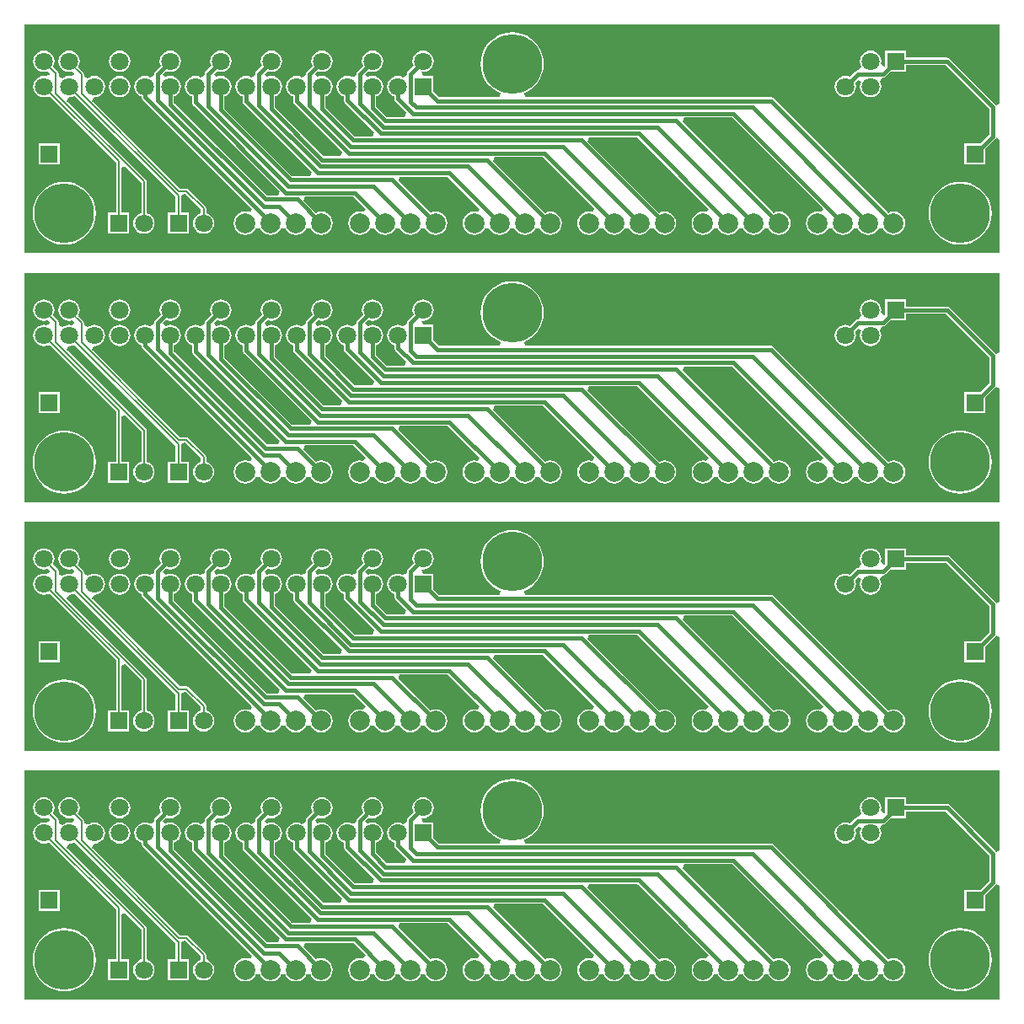
<source format=gtl>
G04 Layer_Physical_Order=1*
G04 Layer_Color=255*
%FSLAX25Y25*%
%MOIN*%
G70*
G01*
G75*
%ADD10C,0.00787*%
%ADD11C,0.01575*%
%ADD12C,0.23622*%
%ADD13C,0.07874*%
%ADD14C,0.07087*%
%ADD15R,0.07087X0.07087*%
%ADD16R,0.07087X0.07087*%
G36*
X389764Y63004D02*
X388306Y62329D01*
X388189Y62349D01*
X387931Y62734D01*
X369841Y80825D01*
X369372Y81138D01*
X368819Y81248D01*
X352756D01*
Y83976D01*
X344409D01*
Y78012D01*
X343906Y77635D01*
X342616Y78635D01*
X342649Y78714D01*
X342792Y79803D01*
X342649Y80893D01*
X342228Y81908D01*
X341559Y82780D01*
X340687Y83448D01*
X339672Y83869D01*
X338583Y84012D01*
X337493Y83869D01*
X336478Y83448D01*
X335606Y82780D01*
X334937Y81908D01*
X334517Y80893D01*
X334373Y79803D01*
X334517Y78714D01*
X334937Y77698D01*
X334095Y76209D01*
X333543D01*
X332990Y76099D01*
X332522Y75786D01*
X330332Y73596D01*
X329672Y73869D01*
X328583Y74012D01*
X327493Y73869D01*
X326478Y73448D01*
X325606Y72780D01*
X324937Y71908D01*
X324517Y70893D01*
X324374Y69803D01*
X324517Y68714D01*
X324937Y67699D01*
X325606Y66827D01*
X326478Y66158D01*
X327493Y65737D01*
X328583Y65594D01*
X329672Y65737D01*
X330687Y66158D01*
X331559Y66827D01*
X332228Y67699D01*
X332648Y68714D01*
X332792Y69803D01*
X332648Y70893D01*
X332498Y71255D01*
X333615Y72369D01*
X334836Y71835D01*
X334870Y71744D01*
X334517Y70893D01*
X334373Y69803D01*
X334517Y68714D01*
X334937Y67699D01*
X335606Y66827D01*
X336478Y66158D01*
X337493Y65737D01*
X338583Y65594D01*
X339672Y65737D01*
X340687Y66158D01*
X341559Y66827D01*
X342228Y67699D01*
X342649Y68714D01*
X342792Y69803D01*
X342649Y70893D01*
X342296Y71744D01*
X342529Y72379D01*
X343130Y73319D01*
X343543D01*
X344096Y73429D01*
X344565Y73742D01*
X346453Y75630D01*
X352756D01*
Y78358D01*
X368220D01*
X385464Y61114D01*
Y50736D01*
X382051Y47323D01*
X375748D01*
Y38976D01*
X384095D01*
Y45279D01*
X387931Y49116D01*
X388189Y49502D01*
X388306Y49521D01*
X389764Y48846D01*
Y3937D01*
X3937D01*
Y94488D01*
X389764D01*
Y63004D01*
D02*
G37*
%LPC*%
G36*
X17953Y47323D02*
X9606D01*
Y38976D01*
X17953D01*
Y47323D01*
D02*
G37*
G36*
X19685Y32164D02*
X17733Y32011D01*
X15829Y31554D01*
X14020Y30804D01*
X12350Y29781D01*
X10861Y28509D01*
X9589Y27020D01*
X8566Y25351D01*
X7817Y23541D01*
X7359Y21637D01*
X7206Y19685D01*
X7359Y17733D01*
X7817Y15829D01*
X8566Y14020D01*
X9589Y12350D01*
X10861Y10861D01*
X12350Y9589D01*
X14020Y8566D01*
X15829Y7817D01*
X17733Y7359D01*
X19685Y7206D01*
X21637Y7359D01*
X23541Y7817D01*
X25351Y8566D01*
X27020Y9589D01*
X28509Y10861D01*
X29781Y12350D01*
X30804Y14020D01*
X31554Y15829D01*
X32011Y17733D01*
X32164Y19685D01*
X32011Y21637D01*
X31554Y23541D01*
X30804Y25351D01*
X29781Y27020D01*
X28509Y28509D01*
X27020Y29781D01*
X25351Y30804D01*
X23541Y31554D01*
X21637Y32011D01*
X19685Y32164D01*
D02*
G37*
G36*
X374016D02*
X372064Y32011D01*
X370160Y31554D01*
X368350Y30804D01*
X366681Y29781D01*
X365192Y28509D01*
X363920Y27020D01*
X362897Y25351D01*
X362147Y23541D01*
X361690Y21637D01*
X361536Y19685D01*
X361690Y17733D01*
X362147Y15829D01*
X362897Y14020D01*
X363920Y12350D01*
X365192Y10861D01*
X366681Y9589D01*
X368350Y8566D01*
X370160Y7817D01*
X372064Y7359D01*
X374016Y7206D01*
X375968Y7359D01*
X377872Y7817D01*
X379681Y8566D01*
X381351Y9589D01*
X382840Y10861D01*
X384112Y12350D01*
X385135Y14020D01*
X385884Y15829D01*
X386342Y17733D01*
X386495Y19685D01*
X386342Y21637D01*
X385884Y23541D01*
X385135Y25351D01*
X384112Y27020D01*
X382840Y28509D01*
X381351Y29781D01*
X379681Y30804D01*
X377872Y31554D01*
X375968Y32011D01*
X374016Y32164D01*
D02*
G37*
G36*
X41614Y84012D02*
X40525Y83869D01*
X39510Y83448D01*
X38638Y82780D01*
X37969Y81908D01*
X37548Y80893D01*
X37405Y79803D01*
X37548Y78714D01*
X37969Y77699D01*
X38638Y76827D01*
X39510Y76158D01*
X40525Y75737D01*
X41614Y75594D01*
X42704Y75737D01*
X43719Y76158D01*
X44591Y76827D01*
X45259Y77699D01*
X45680Y78714D01*
X45823Y79803D01*
X45680Y80893D01*
X45259Y81908D01*
X44591Y82780D01*
X43719Y83448D01*
X42704Y83869D01*
X41614Y84012D01*
D02*
G37*
G36*
X196850Y91220D02*
X194898Y91066D01*
X192994Y90609D01*
X191185Y89859D01*
X189515Y88836D01*
X188026Y87564D01*
X186754Y86075D01*
X185731Y84406D01*
X184982Y82597D01*
X184525Y80692D01*
X184371Y78740D01*
X184525Y76788D01*
X184982Y74884D01*
X185731Y73075D01*
X186754Y71405D01*
X188026Y69916D01*
X189515Y68644D01*
X191185Y67621D01*
X192218Y67193D01*
X191905Y65618D01*
X167843D01*
X165787Y67674D01*
Y73976D01*
X161616D01*
X160951Y75551D01*
X161063Y75667D01*
X161614Y75594D01*
X162704Y75737D01*
X163719Y76158D01*
X164591Y76827D01*
X165260Y77699D01*
X165680Y78714D01*
X165823Y79803D01*
X165680Y80893D01*
X165260Y81908D01*
X164591Y82780D01*
X163719Y83448D01*
X162704Y83869D01*
X161614Y84012D01*
X160525Y83869D01*
X159510Y83448D01*
X158638Y82780D01*
X157969Y81908D01*
X157548Y80893D01*
X157405Y79803D01*
X157548Y78714D01*
X157822Y78054D01*
X155632Y75864D01*
X155318Y75396D01*
X155209Y74843D01*
Y74290D01*
X153719Y73448D01*
X152704Y73869D01*
X151614Y74012D01*
X150525Y73869D01*
X149510Y73448D01*
X148638Y72780D01*
X147969Y71908D01*
X147548Y70893D01*
X147405Y69803D01*
X147548Y68714D01*
X147969Y67699D01*
X148638Y66827D01*
X149510Y66158D01*
X150169Y65885D01*
Y64921D01*
X150279Y64368D01*
X150592Y63899D01*
X155094Y59398D01*
X154442Y57823D01*
X147307D01*
X143059Y62071D01*
Y65885D01*
X143719Y66158D01*
X144591Y66827D01*
X145259Y67699D01*
X145680Y68714D01*
X145824Y69803D01*
X145680Y70893D01*
X145259Y71908D01*
X144591Y72780D01*
X143719Y73448D01*
X142704Y73869D01*
X141614Y74012D01*
X140525Y73869D01*
X139510Y73448D01*
X138553Y74699D01*
X139865Y76011D01*
X140525Y75737D01*
X141614Y75594D01*
X142704Y75737D01*
X143719Y76158D01*
X144591Y76827D01*
X145259Y77699D01*
X145680Y78714D01*
X145824Y79803D01*
X145680Y80893D01*
X145259Y81908D01*
X144591Y82780D01*
X143719Y83448D01*
X142704Y83869D01*
X141614Y84012D01*
X140525Y83869D01*
X139510Y83448D01*
X138638Y82780D01*
X137969Y81908D01*
X137548Y80893D01*
X137405Y79803D01*
X137548Y78714D01*
X137822Y78054D01*
X135553Y75786D01*
X135240Y75317D01*
X135130Y74764D01*
Y74351D01*
X134190Y73750D01*
X133555Y73516D01*
X132704Y73869D01*
X131614Y74012D01*
X130525Y73869D01*
X129510Y73448D01*
X128638Y72780D01*
X127969Y71908D01*
X127548Y70893D01*
X127405Y69803D01*
X127548Y68714D01*
X127969Y67699D01*
X128638Y66827D01*
X129510Y66158D01*
X130169Y65885D01*
Y64449D01*
X130279Y63896D01*
X130592Y63427D01*
X142417Y51603D01*
X141764Y50028D01*
X134630D01*
X123059Y61598D01*
Y65885D01*
X123719Y66158D01*
X124591Y66827D01*
X125259Y67699D01*
X125680Y68714D01*
X125823Y69803D01*
X125680Y70893D01*
X125259Y71908D01*
X124591Y72780D01*
X123719Y73448D01*
X122704Y73869D01*
X121614Y74012D01*
X120525Y73869D01*
X119654Y73508D01*
X119562Y73541D01*
X118978Y74840D01*
X120065Y75928D01*
X120525Y75737D01*
X121614Y75594D01*
X122704Y75737D01*
X123719Y76158D01*
X124591Y76827D01*
X125259Y77699D01*
X125680Y78714D01*
X125823Y79803D01*
X125680Y80893D01*
X125259Y81908D01*
X124591Y82780D01*
X123719Y83448D01*
X122704Y83869D01*
X121614Y84012D01*
X120525Y83869D01*
X119510Y83448D01*
X118638Y82780D01*
X117969Y81908D01*
X117548Y80893D01*
X117405Y79803D01*
X117548Y78714D01*
X117822Y78054D01*
X115612Y75845D01*
X115299Y75376D01*
X115189Y74823D01*
Y74306D01*
X113719Y73448D01*
X112704Y73869D01*
X111614Y74012D01*
X110525Y73869D01*
X109510Y73448D01*
X108638Y72780D01*
X107969Y71908D01*
X107548Y70893D01*
X107405Y69803D01*
X107548Y68714D01*
X107969Y67699D01*
X108638Y66827D01*
X109510Y66158D01*
X110169Y65885D01*
Y63976D01*
X110279Y63423D01*
X110592Y62954D01*
X129740Y43807D01*
X129087Y42232D01*
X122346D01*
X103059Y61519D01*
Y65885D01*
X103719Y66158D01*
X104591Y66827D01*
X105260Y67699D01*
X105680Y68714D01*
X105824Y69803D01*
X105680Y70893D01*
X105260Y71908D01*
X104591Y72780D01*
X103719Y73448D01*
X102704Y73869D01*
X101614Y74012D01*
X100525Y73869D01*
X99673Y73516D01*
X99582Y73550D01*
X99048Y74771D01*
X100162Y75888D01*
X100525Y75737D01*
X101614Y75594D01*
X102704Y75737D01*
X103719Y76158D01*
X104591Y76827D01*
X105260Y77699D01*
X105680Y78714D01*
X105824Y79803D01*
X105680Y80893D01*
X105260Y81908D01*
X104591Y82780D01*
X103719Y83448D01*
X102704Y83869D01*
X101614Y84012D01*
X100525Y83869D01*
X99510Y83448D01*
X98638Y82780D01*
X97969Y81908D01*
X97548Y80893D01*
X97405Y79803D01*
X97548Y78714D01*
X97822Y78054D01*
X95632Y75864D01*
X95319Y75396D01*
X95209Y74843D01*
Y74291D01*
X93719Y73448D01*
X92704Y73869D01*
X91614Y74012D01*
X90525Y73869D01*
X89510Y73448D01*
X88638Y72780D01*
X87969Y71908D01*
X87548Y70893D01*
X87405Y69803D01*
X87548Y68714D01*
X87969Y67699D01*
X88638Y66827D01*
X89510Y66158D01*
X90169Y65885D01*
Y63898D01*
X90279Y63345D01*
X90592Y62876D01*
X117456Y36012D01*
X116804Y34437D01*
X109767D01*
X83059Y61145D01*
Y65885D01*
X83719Y66158D01*
X84591Y66827D01*
X85259Y67699D01*
X85680Y68714D01*
X85824Y69803D01*
X85680Y70893D01*
X85259Y71908D01*
X84591Y72780D01*
X83719Y73448D01*
X82704Y73869D01*
X81614Y74012D01*
X80525Y73869D01*
X79673Y73516D01*
X79582Y73550D01*
X79048Y74770D01*
X80163Y75888D01*
X80525Y75737D01*
X81614Y75594D01*
X82704Y75737D01*
X83719Y76158D01*
X84591Y76827D01*
X85259Y77699D01*
X85680Y78714D01*
X85824Y79803D01*
X85680Y80893D01*
X85259Y81908D01*
X84591Y82780D01*
X83719Y83448D01*
X82704Y83869D01*
X81614Y84012D01*
X80525Y83869D01*
X79510Y83448D01*
X78638Y82780D01*
X77969Y81908D01*
X77548Y80893D01*
X77405Y79803D01*
X77548Y78714D01*
X77822Y78054D01*
X75632Y75864D01*
X75318Y75396D01*
X75208Y74843D01*
Y74290D01*
X73719Y73448D01*
X72704Y73869D01*
X71614Y74012D01*
X70525Y73869D01*
X69510Y73448D01*
X68638Y72780D01*
X67969Y71908D01*
X67548Y70893D01*
X67405Y69803D01*
X67548Y68714D01*
X67969Y67699D01*
X68638Y66827D01*
X69510Y66158D01*
X70169Y65885D01*
Y63524D01*
X70279Y62971D01*
X70592Y62502D01*
X104877Y28217D01*
X104225Y26642D01*
X99811D01*
X63059Y63394D01*
Y65885D01*
X63719Y66158D01*
X64591Y66827D01*
X65259Y67699D01*
X65680Y68714D01*
X65824Y69803D01*
X65680Y70893D01*
X65259Y71908D01*
X64591Y72780D01*
X63719Y73448D01*
X62704Y73869D01*
X61614Y74012D01*
X60525Y73869D01*
X59510Y73448D01*
X58553Y74699D01*
X59865Y76011D01*
X60525Y75737D01*
X61614Y75594D01*
X62704Y75737D01*
X63719Y76158D01*
X64591Y76827D01*
X65259Y77699D01*
X65680Y78714D01*
X65824Y79803D01*
X65680Y80893D01*
X65259Y81908D01*
X64591Y82780D01*
X63719Y83448D01*
X62704Y83869D01*
X61614Y84012D01*
X60525Y83869D01*
X59510Y83448D01*
X58638Y82780D01*
X57969Y81908D01*
X57548Y80893D01*
X57405Y79803D01*
X57548Y78714D01*
X57822Y78054D01*
X55573Y75805D01*
X55259Y75336D01*
X55149Y74783D01*
Y74336D01*
X54148Y73715D01*
X53575Y73508D01*
X52704Y73869D01*
X51614Y74012D01*
X50525Y73869D01*
X49510Y73448D01*
X48638Y72780D01*
X47969Y71908D01*
X47548Y70893D01*
X47405Y69803D01*
X47548Y68714D01*
X47969Y67699D01*
X48638Y66827D01*
X49510Y66158D01*
X50169Y65885D01*
Y65772D01*
X50279Y65219D01*
X50592Y64750D01*
X94112Y21231D01*
X93220Y19896D01*
X92491Y20197D01*
X91299Y20354D01*
X90107Y20197D01*
X88996Y19737D01*
X88042Y19005D01*
X87310Y18051D01*
X86850Y16940D01*
X86693Y15748D01*
X86850Y14556D01*
X87310Y13445D01*
X88042Y12491D01*
X88996Y11759D01*
X90107Y11299D01*
X91299Y11142D01*
X92491Y11299D01*
X93602Y11759D01*
X94556Y12491D01*
X95288Y13445D01*
X95447Y13827D01*
X97151D01*
X97310Y13445D01*
X98042Y12491D01*
X98996Y11759D01*
X100107Y11299D01*
X101299Y11142D01*
X102491Y11299D01*
X103602Y11759D01*
X104556Y12491D01*
X105288Y13445D01*
X105447Y13827D01*
X107151D01*
X107310Y13445D01*
X108042Y12491D01*
X108996Y11759D01*
X110107Y11299D01*
X111299Y11142D01*
X112491Y11299D01*
X113602Y11759D01*
X114556Y12491D01*
X115288Y13445D01*
X115447Y13827D01*
X117151D01*
X117310Y13445D01*
X118042Y12491D01*
X118996Y11759D01*
X120107Y11299D01*
X121299Y11142D01*
X122491Y11299D01*
X123602Y11759D01*
X124556Y12491D01*
X125288Y13445D01*
X125749Y14556D01*
X125906Y15748D01*
X125749Y16940D01*
X125288Y18051D01*
X124556Y19005D01*
X123602Y19737D01*
X122491Y20197D01*
X121299Y20354D01*
X120107Y20197D01*
X119249Y19842D01*
X114315Y24776D01*
X114968Y26350D01*
X133929D01*
X138809Y21471D01*
X137917Y20135D01*
X137767Y20197D01*
X136575Y20354D01*
X135383Y20197D01*
X134272Y19737D01*
X133318Y19005D01*
X132586Y18051D01*
X132125Y16940D01*
X131968Y15748D01*
X132125Y14556D01*
X132586Y13445D01*
X133318Y12491D01*
X134272Y11759D01*
X135383Y11299D01*
X136575Y11142D01*
X137767Y11299D01*
X138878Y11759D01*
X139832Y12491D01*
X140564Y13445D01*
X140723Y13827D01*
X142427D01*
X142586Y13445D01*
X143318Y12491D01*
X144272Y11759D01*
X145383Y11299D01*
X146575Y11142D01*
X147767Y11299D01*
X148878Y11759D01*
X149832Y12491D01*
X150564Y13445D01*
X150723Y13827D01*
X152427D01*
X152586Y13445D01*
X153318Y12491D01*
X154272Y11759D01*
X155383Y11299D01*
X156575Y11142D01*
X157767Y11299D01*
X158878Y11759D01*
X159832Y12491D01*
X160564Y13445D01*
X160722Y13827D01*
X162427D01*
X162586Y13445D01*
X163318Y12491D01*
X164272Y11759D01*
X165383Y11299D01*
X166575Y11142D01*
X167767Y11299D01*
X168878Y11759D01*
X169832Y12491D01*
X170564Y13445D01*
X171024Y14556D01*
X171181Y15748D01*
X171024Y16940D01*
X170564Y18051D01*
X169832Y19005D01*
X168878Y19737D01*
X167767Y20197D01*
X166575Y20354D01*
X165383Y20197D01*
X164524Y19842D01*
X151796Y32571D01*
X152448Y34146D01*
X171409D01*
X184084Y21471D01*
X183192Y20135D01*
X183043Y20197D01*
X181850Y20354D01*
X180658Y20197D01*
X179547Y19737D01*
X178593Y19005D01*
X177861Y18051D01*
X177401Y16940D01*
X177244Y15748D01*
X177401Y14556D01*
X177861Y13445D01*
X178593Y12491D01*
X179547Y11759D01*
X180658Y11299D01*
X181850Y11142D01*
X183043Y11299D01*
X184154Y11759D01*
X185108Y12491D01*
X185840Y13445D01*
X185998Y13827D01*
X187703D01*
X187861Y13445D01*
X188593Y12491D01*
X189547Y11759D01*
X190658Y11299D01*
X191850Y11142D01*
X193043Y11299D01*
X194154Y11759D01*
X195108Y12491D01*
X195840Y13445D01*
X195998Y13827D01*
X197703D01*
X197861Y13445D01*
X198593Y12491D01*
X199547Y11759D01*
X200658Y11299D01*
X201850Y11142D01*
X203043Y11299D01*
X204154Y11759D01*
X205108Y12491D01*
X205840Y13445D01*
X205998Y13827D01*
X207703D01*
X207861Y13445D01*
X208593Y12491D01*
X209547Y11759D01*
X210658Y11299D01*
X211850Y11142D01*
X213043Y11299D01*
X214154Y11759D01*
X215108Y12491D01*
X215840Y13445D01*
X216300Y14556D01*
X216457Y15748D01*
X216300Y16940D01*
X215840Y18051D01*
X215108Y19005D01*
X214154Y19737D01*
X213043Y20197D01*
X211850Y20354D01*
X210658Y20197D01*
X209800Y19842D01*
X189276Y40366D01*
X189928Y41941D01*
X208890D01*
X229360Y21471D01*
X228468Y20135D01*
X228318Y20197D01*
X227126Y20354D01*
X225934Y20197D01*
X224823Y19737D01*
X223869Y19005D01*
X223137Y18051D01*
X222677Y16940D01*
X222520Y15748D01*
X222677Y14556D01*
X223137Y13445D01*
X223869Y12491D01*
X224823Y11759D01*
X225934Y11299D01*
X227126Y11142D01*
X228318Y11299D01*
X229429Y11759D01*
X230383Y12491D01*
X231115Y13445D01*
X231274Y13827D01*
X232978D01*
X233137Y13445D01*
X233869Y12491D01*
X234823Y11759D01*
X235934Y11299D01*
X237126Y11142D01*
X238318Y11299D01*
X239429Y11759D01*
X240383Y12491D01*
X241115Y13445D01*
X241274Y13827D01*
X242978D01*
X243137Y13445D01*
X243869Y12491D01*
X244823Y11759D01*
X245934Y11299D01*
X247126Y11142D01*
X248318Y11299D01*
X249429Y11759D01*
X250383Y12491D01*
X251115Y13445D01*
X251274Y13827D01*
X252978D01*
X253137Y13445D01*
X253869Y12491D01*
X254823Y11759D01*
X255934Y11299D01*
X257126Y11142D01*
X258318Y11299D01*
X259429Y11759D01*
X260383Y12491D01*
X261115Y13445D01*
X261575Y14556D01*
X261732Y15748D01*
X261575Y16940D01*
X261115Y18051D01*
X260383Y19005D01*
X259429Y19737D01*
X258318Y20197D01*
X257126Y20354D01*
X255934Y20197D01*
X255076Y19842D01*
X226756Y48161D01*
X227409Y49736D01*
X246370D01*
X274636Y21471D01*
X273743Y20135D01*
X273594Y20197D01*
X272402Y20354D01*
X271209Y20197D01*
X270098Y19737D01*
X269144Y19005D01*
X268412Y18051D01*
X267952Y16940D01*
X267795Y15748D01*
X267952Y14556D01*
X268412Y13445D01*
X269144Y12491D01*
X270098Y11759D01*
X271209Y11299D01*
X272402Y11142D01*
X273594Y11299D01*
X274705Y11759D01*
X275659Y12491D01*
X276391Y13445D01*
X276549Y13827D01*
X278254D01*
X278412Y13445D01*
X279144Y12491D01*
X280098Y11759D01*
X281209Y11299D01*
X282402Y11142D01*
X283594Y11299D01*
X284705Y11759D01*
X285659Y12491D01*
X286391Y13445D01*
X286549Y13827D01*
X288254D01*
X288412Y13445D01*
X289144Y12491D01*
X290098Y11759D01*
X291209Y11299D01*
X292402Y11142D01*
X293594Y11299D01*
X294705Y11759D01*
X295659Y12491D01*
X296391Y13445D01*
X296549Y13827D01*
X298254D01*
X298412Y13445D01*
X299144Y12491D01*
X300098Y11759D01*
X301209Y11299D01*
X302402Y11142D01*
X303594Y11299D01*
X304705Y11759D01*
X305659Y12491D01*
X306391Y13445D01*
X306851Y14556D01*
X307008Y15748D01*
X306851Y16940D01*
X306391Y18051D01*
X305659Y19005D01*
X304705Y19737D01*
X303594Y20197D01*
X302402Y20354D01*
X301209Y20197D01*
X300351Y19842D01*
X264237Y55957D01*
X264889Y57531D01*
X283850D01*
X319911Y21471D01*
X319019Y20135D01*
X318869Y20197D01*
X317677Y20354D01*
X316485Y20197D01*
X315374Y19737D01*
X314420Y19005D01*
X313688Y18051D01*
X313228Y16940D01*
X313071Y15748D01*
X313228Y14556D01*
X313688Y13445D01*
X314420Y12491D01*
X315374Y11759D01*
X316485Y11299D01*
X317677Y11142D01*
X318869Y11299D01*
X319980Y11759D01*
X320934Y12491D01*
X321666Y13445D01*
X321825Y13827D01*
X323529D01*
X323688Y13445D01*
X324420Y12491D01*
X325374Y11759D01*
X326485Y11299D01*
X327677Y11142D01*
X328869Y11299D01*
X329980Y11759D01*
X330934Y12491D01*
X331666Y13445D01*
X331825Y13827D01*
X333529D01*
X333688Y13445D01*
X334420Y12491D01*
X335374Y11759D01*
X336485Y11299D01*
X337677Y11142D01*
X338869Y11299D01*
X339980Y11759D01*
X340934Y12491D01*
X341666Y13445D01*
X341825Y13827D01*
X343529D01*
X343688Y13445D01*
X344420Y12491D01*
X345374Y11759D01*
X346485Y11299D01*
X347677Y11142D01*
X348869Y11299D01*
X349980Y11759D01*
X350934Y12491D01*
X351666Y13445D01*
X352127Y14556D01*
X352284Y15748D01*
X352127Y16940D01*
X351666Y18051D01*
X350934Y19005D01*
X349980Y19737D01*
X348869Y20197D01*
X347677Y20354D01*
X346485Y20197D01*
X345627Y19842D01*
X300274Y65195D01*
X299805Y65508D01*
X299252Y65618D01*
X201796D01*
X201483Y67193D01*
X202516Y67621D01*
X204186Y68644D01*
X205675Y69916D01*
X206946Y71405D01*
X207970Y73075D01*
X208719Y74884D01*
X209176Y76788D01*
X209330Y78740D01*
X209176Y80692D01*
X208719Y82597D01*
X207970Y84406D01*
X206946Y86075D01*
X205675Y87564D01*
X204186Y88836D01*
X202516Y89859D01*
X200707Y90609D01*
X198803Y91066D01*
X196850Y91220D01*
D02*
G37*
G36*
X41614Y74012D02*
X40525Y73869D01*
X39510Y73448D01*
X38638Y72780D01*
X37969Y71908D01*
X37548Y70893D01*
X37405Y69803D01*
X37548Y68714D01*
X37969Y67699D01*
X38638Y66827D01*
X39510Y66158D01*
X40525Y65737D01*
X41614Y65594D01*
X42704Y65737D01*
X43719Y66158D01*
X44591Y66827D01*
X45259Y67699D01*
X45680Y68714D01*
X45823Y69803D01*
X45680Y70893D01*
X45259Y71908D01*
X44591Y72780D01*
X43719Y73448D01*
X42704Y73869D01*
X41614Y74012D01*
D02*
G37*
G36*
X21614Y84012D02*
X20525Y83869D01*
X19510Y83448D01*
X18638Y82780D01*
X17969Y81908D01*
X17548Y80893D01*
X17405Y79803D01*
X17548Y78714D01*
X17969Y77699D01*
X18638Y76827D01*
X19510Y76158D01*
X20525Y75737D01*
X21614Y75594D01*
X22704Y75737D01*
X22894Y75816D01*
X24046Y74809D01*
X22704Y73869D01*
X21614Y74012D01*
X20525Y73869D01*
X19510Y73448D01*
X19056Y73100D01*
X17692Y73607D01*
X17481Y73791D01*
Y74980D01*
X17481Y74980D01*
X17401Y75380D01*
X17175Y75718D01*
X17175Y75718D01*
X15231Y77662D01*
X15259Y77699D01*
X15680Y78714D01*
X15823Y79803D01*
X15680Y80893D01*
X15259Y81908D01*
X14591Y82780D01*
X13719Y83448D01*
X12704Y83869D01*
X11614Y84012D01*
X10525Y83869D01*
X9510Y83448D01*
X8638Y82780D01*
X7969Y81908D01*
X7548Y80893D01*
X7405Y79803D01*
X7548Y78714D01*
X7969Y77699D01*
X8638Y76827D01*
X9510Y76158D01*
X10525Y75737D01*
X11614Y75594D01*
X12704Y75737D01*
X13031Y75873D01*
X14310Y74799D01*
X12704Y73869D01*
X11614Y74012D01*
X10525Y73869D01*
X9510Y73448D01*
X8638Y72780D01*
X7969Y71908D01*
X7548Y70893D01*
X7405Y69803D01*
X7548Y68714D01*
X7969Y67699D01*
X8638Y66827D01*
X9510Y66158D01*
X10525Y65737D01*
X11614Y65594D01*
X12704Y65737D01*
X13719Y66158D01*
X13739Y66173D01*
X40137Y39775D01*
Y19921D01*
X37008D01*
Y11575D01*
X45354D01*
Y19921D01*
X42225D01*
Y37635D01*
X43680Y38237D01*
X50137Y31779D01*
Y19820D01*
X50092Y19814D01*
X49077Y19393D01*
X48205Y18724D01*
X47536Y17853D01*
X47115Y16838D01*
X46972Y15748D01*
X47115Y14659D01*
X47536Y13643D01*
X48205Y12772D01*
X49077Y12103D01*
X50092Y11682D01*
X51181Y11539D01*
X52271Y11682D01*
X53286Y12103D01*
X54158Y12772D01*
X54826Y13643D01*
X55247Y14659D01*
X55390Y15748D01*
X55247Y16838D01*
X54826Y17853D01*
X54158Y18724D01*
X53286Y19393D01*
X52271Y19814D01*
X52225Y19820D01*
Y32212D01*
X52145Y32611D01*
X51919Y32950D01*
X51919Y32950D01*
X20749Y64119D01*
X21485Y65611D01*
X21614Y65594D01*
X22704Y65737D01*
X23719Y66158D01*
X23755Y66186D01*
X63759Y26182D01*
Y19921D01*
X60630D01*
Y11575D01*
X68976D01*
Y19921D01*
X65847D01*
Y26614D01*
X65847Y26614D01*
X67312Y27319D01*
X67662D01*
X73616Y21364D01*
X73654Y20767D01*
X73535Y19740D01*
X72698Y19393D01*
X71827Y18724D01*
X71158Y17853D01*
X70737Y16838D01*
X70594Y15748D01*
X70737Y14659D01*
X71158Y13643D01*
X71827Y12772D01*
X72698Y12103D01*
X73714Y11682D01*
X74803Y11539D01*
X75893Y11682D01*
X76908Y12103D01*
X77780Y12772D01*
X78448Y13643D01*
X78869Y14659D01*
X79012Y15748D01*
X78869Y16838D01*
X78448Y17853D01*
X77780Y18724D01*
X76908Y19393D01*
X75893Y19814D01*
X75847Y19820D01*
Y21654D01*
X75847Y21654D01*
X75767Y22053D01*
X75541Y22391D01*
X68832Y29101D01*
X68493Y29327D01*
X68094Y29406D01*
X68094Y29406D01*
X65491D01*
X30783Y64115D01*
X31518Y65607D01*
X31614Y65594D01*
X32704Y65737D01*
X33719Y66158D01*
X34591Y66827D01*
X35260Y67699D01*
X35680Y68714D01*
X35824Y69803D01*
X35680Y70893D01*
X35260Y71908D01*
X34591Y72780D01*
X33719Y73448D01*
X32704Y73869D01*
X31614Y74012D01*
X30525Y73869D01*
X29510Y73448D01*
X29095Y73130D01*
X27635Y73708D01*
X27520Y73814D01*
Y74606D01*
X27441Y75006D01*
X27214Y75344D01*
X27214Y75344D01*
X25086Y77473D01*
X25260Y77699D01*
X25680Y78714D01*
X25824Y79803D01*
X25680Y80893D01*
X25260Y81908D01*
X24591Y82780D01*
X23719Y83448D01*
X22704Y83869D01*
X21614Y84012D01*
D02*
G37*
%LPD*%
G36*
X389764Y161430D02*
X388306Y160754D01*
X388189Y160774D01*
X387931Y161160D01*
X369841Y179250D01*
X369372Y179563D01*
X368819Y179673D01*
X352756D01*
Y182402D01*
X344409D01*
Y176437D01*
X343906Y176060D01*
X342616Y177061D01*
X342649Y177139D01*
X342792Y178228D01*
X342649Y179318D01*
X342228Y180333D01*
X341559Y181205D01*
X340687Y181874D01*
X339672Y182294D01*
X338583Y182438D01*
X337493Y182294D01*
X336478Y181874D01*
X335606Y181205D01*
X334937Y180333D01*
X334517Y179318D01*
X334373Y178228D01*
X334517Y177139D01*
X334937Y176124D01*
X334095Y174634D01*
X333543D01*
X332990Y174524D01*
X332522Y174211D01*
X330332Y172021D01*
X329672Y172294D01*
X328583Y172438D01*
X327493Y172294D01*
X326478Y171874D01*
X325606Y171205D01*
X324937Y170333D01*
X324517Y169318D01*
X324374Y168228D01*
X324517Y167139D01*
X324937Y166124D01*
X325606Y165252D01*
X326478Y164583D01*
X327493Y164163D01*
X328583Y164019D01*
X329672Y164163D01*
X330687Y164583D01*
X331559Y165252D01*
X332228Y166124D01*
X332648Y167139D01*
X332792Y168228D01*
X332648Y169318D01*
X332498Y169680D01*
X333615Y170795D01*
X334836Y170260D01*
X334870Y170169D01*
X334517Y169318D01*
X334373Y168228D01*
X334517Y167139D01*
X334937Y166124D01*
X335606Y165252D01*
X336478Y164583D01*
X337493Y164163D01*
X338583Y164019D01*
X339672Y164163D01*
X340687Y164583D01*
X341559Y165252D01*
X342228Y166124D01*
X342649Y167139D01*
X342792Y168228D01*
X342649Y169318D01*
X342296Y170169D01*
X342529Y170804D01*
X343130Y171744D01*
X343543D01*
X344096Y171854D01*
X344565Y172167D01*
X346453Y174055D01*
X352756D01*
Y176783D01*
X368220D01*
X385464Y159539D01*
Y149162D01*
X382051Y145748D01*
X375748D01*
Y137402D01*
X384095D01*
Y143704D01*
X387931Y147541D01*
X388189Y147927D01*
X388306Y147947D01*
X389764Y147271D01*
Y102362D01*
X3937D01*
Y192913D01*
X389764D01*
Y161430D01*
D02*
G37*
%LPC*%
G36*
X17953Y145748D02*
X9606D01*
Y137402D01*
X17953D01*
Y145748D01*
D02*
G37*
G36*
X19685Y130590D02*
X17733Y130436D01*
X15829Y129979D01*
X14020Y129229D01*
X12350Y128206D01*
X10861Y126935D01*
X9589Y125445D01*
X8566Y123776D01*
X7817Y121967D01*
X7359Y120062D01*
X7206Y118110D01*
X7359Y116158D01*
X7817Y114254D01*
X8566Y112445D01*
X9589Y110775D01*
X10861Y109286D01*
X12350Y108014D01*
X14020Y106991D01*
X15829Y106242D01*
X17733Y105784D01*
X19685Y105631D01*
X21637Y105784D01*
X23541Y106242D01*
X25351Y106991D01*
X27020Y108014D01*
X28509Y109286D01*
X29781Y110775D01*
X30804Y112445D01*
X31554Y114254D01*
X32011Y116158D01*
X32164Y118110D01*
X32011Y120062D01*
X31554Y121967D01*
X30804Y123776D01*
X29781Y125445D01*
X28509Y126935D01*
X27020Y128206D01*
X25351Y129229D01*
X23541Y129979D01*
X21637Y130436D01*
X19685Y130590D01*
D02*
G37*
G36*
X374016D02*
X372064Y130436D01*
X370160Y129979D01*
X368350Y129229D01*
X366681Y128206D01*
X365192Y126935D01*
X363920Y125445D01*
X362897Y123776D01*
X362147Y121967D01*
X361690Y120062D01*
X361536Y118110D01*
X361690Y116158D01*
X362147Y114254D01*
X362897Y112445D01*
X363920Y110775D01*
X365192Y109286D01*
X366681Y108014D01*
X368350Y106991D01*
X370160Y106242D01*
X372064Y105784D01*
X374016Y105631D01*
X375968Y105784D01*
X377872Y106242D01*
X379681Y106991D01*
X381351Y108014D01*
X382840Y109286D01*
X384112Y110775D01*
X385135Y112445D01*
X385884Y114254D01*
X386342Y116158D01*
X386495Y118110D01*
X386342Y120062D01*
X385884Y121967D01*
X385135Y123776D01*
X384112Y125445D01*
X382840Y126935D01*
X381351Y128206D01*
X379681Y129229D01*
X377872Y129979D01*
X375968Y130436D01*
X374016Y130590D01*
D02*
G37*
G36*
X41614Y182438D02*
X40525Y182294D01*
X39510Y181874D01*
X38638Y181205D01*
X37969Y180333D01*
X37548Y179318D01*
X37405Y178228D01*
X37548Y177139D01*
X37969Y176124D01*
X38638Y175252D01*
X39510Y174583D01*
X40525Y174163D01*
X41614Y174019D01*
X42704Y174163D01*
X43719Y174583D01*
X44591Y175252D01*
X45259Y176124D01*
X45680Y177139D01*
X45823Y178228D01*
X45680Y179318D01*
X45259Y180333D01*
X44591Y181205D01*
X43719Y181874D01*
X42704Y182294D01*
X41614Y182438D01*
D02*
G37*
G36*
X196850Y189645D02*
X194898Y189491D01*
X192994Y189034D01*
X191185Y188285D01*
X189515Y187261D01*
X188026Y185990D01*
X186754Y184501D01*
X185731Y182831D01*
X184982Y181022D01*
X184525Y179118D01*
X184371Y177165D01*
X184525Y175213D01*
X184982Y173309D01*
X185731Y171500D01*
X186754Y169830D01*
X188026Y168341D01*
X189515Y167069D01*
X191185Y166046D01*
X192218Y165618D01*
X191905Y164043D01*
X167843D01*
X165787Y166099D01*
Y172402D01*
X161616D01*
X160951Y173976D01*
X161063Y174092D01*
X161614Y174019D01*
X162704Y174163D01*
X163719Y174583D01*
X164591Y175252D01*
X165260Y176124D01*
X165680Y177139D01*
X165823Y178228D01*
X165680Y179318D01*
X165260Y180333D01*
X164591Y181205D01*
X163719Y181874D01*
X162704Y182294D01*
X161614Y182438D01*
X160525Y182294D01*
X159510Y181874D01*
X158638Y181205D01*
X157969Y180333D01*
X157548Y179318D01*
X157405Y178228D01*
X157548Y177139D01*
X157822Y176479D01*
X155632Y174290D01*
X155318Y173821D01*
X155209Y173268D01*
Y172716D01*
X153719Y171874D01*
X152704Y172294D01*
X151614Y172438D01*
X150525Y172294D01*
X149510Y171874D01*
X148638Y171205D01*
X147969Y170333D01*
X147548Y169318D01*
X147405Y168228D01*
X147548Y167139D01*
X147969Y166124D01*
X148638Y165252D01*
X149510Y164583D01*
X150169Y164310D01*
Y163346D01*
X150279Y162793D01*
X150592Y162325D01*
X155094Y157823D01*
X154442Y156248D01*
X147307D01*
X143059Y160496D01*
Y164310D01*
X143719Y164583D01*
X144591Y165252D01*
X145259Y166124D01*
X145680Y167139D01*
X145824Y168228D01*
X145680Y169318D01*
X145259Y170333D01*
X144591Y171205D01*
X143719Y171874D01*
X142704Y172294D01*
X141614Y172438D01*
X140525Y172294D01*
X139510Y171874D01*
X138553Y173124D01*
X139865Y174436D01*
X140525Y174163D01*
X141614Y174019D01*
X142704Y174163D01*
X143719Y174583D01*
X144591Y175252D01*
X145259Y176124D01*
X145680Y177139D01*
X145824Y178228D01*
X145680Y179318D01*
X145259Y180333D01*
X144591Y181205D01*
X143719Y181874D01*
X142704Y182294D01*
X141614Y182438D01*
X140525Y182294D01*
X139510Y181874D01*
X138638Y181205D01*
X137969Y180333D01*
X137548Y179318D01*
X137405Y178228D01*
X137548Y177139D01*
X137822Y176479D01*
X135553Y174211D01*
X135240Y173742D01*
X135130Y173189D01*
Y172776D01*
X134190Y172175D01*
X133555Y171942D01*
X132704Y172294D01*
X131614Y172438D01*
X130525Y172294D01*
X129510Y171874D01*
X128638Y171205D01*
X127969Y170333D01*
X127548Y169318D01*
X127405Y168228D01*
X127548Y167139D01*
X127969Y166124D01*
X128638Y165252D01*
X129510Y164583D01*
X130169Y164310D01*
Y162874D01*
X130279Y162321D01*
X130592Y161852D01*
X142417Y150028D01*
X141764Y148453D01*
X134630D01*
X123059Y160023D01*
Y164310D01*
X123719Y164583D01*
X124591Y165252D01*
X125259Y166124D01*
X125680Y167139D01*
X125823Y168228D01*
X125680Y169318D01*
X125259Y170333D01*
X124591Y171205D01*
X123719Y171874D01*
X122704Y172294D01*
X121614Y172438D01*
X120525Y172294D01*
X119654Y171933D01*
X119562Y171967D01*
X118978Y173266D01*
X120065Y174353D01*
X120525Y174163D01*
X121614Y174019D01*
X122704Y174163D01*
X123719Y174583D01*
X124591Y175252D01*
X125259Y176124D01*
X125680Y177139D01*
X125823Y178228D01*
X125680Y179318D01*
X125259Y180333D01*
X124591Y181205D01*
X123719Y181874D01*
X122704Y182294D01*
X121614Y182438D01*
X120525Y182294D01*
X119510Y181874D01*
X118638Y181205D01*
X117969Y180333D01*
X117548Y179318D01*
X117405Y178228D01*
X117548Y177139D01*
X117822Y176479D01*
X115612Y174270D01*
X115299Y173801D01*
X115189Y173248D01*
Y172731D01*
X113719Y171874D01*
X112704Y172294D01*
X111614Y172438D01*
X110525Y172294D01*
X109510Y171874D01*
X108638Y171205D01*
X107969Y170333D01*
X107548Y169318D01*
X107405Y168228D01*
X107548Y167139D01*
X107969Y166124D01*
X108638Y165252D01*
X109510Y164583D01*
X110169Y164310D01*
Y162401D01*
X110279Y161848D01*
X110592Y161380D01*
X129740Y142233D01*
X129087Y140658D01*
X122346D01*
X103059Y159945D01*
Y164310D01*
X103719Y164583D01*
X104591Y165252D01*
X105260Y166124D01*
X105680Y167139D01*
X105824Y168228D01*
X105680Y169318D01*
X105260Y170333D01*
X104591Y171205D01*
X103719Y171874D01*
X102704Y172294D01*
X101614Y172438D01*
X100525Y172294D01*
X99673Y171942D01*
X99582Y171975D01*
X99048Y173196D01*
X100162Y174313D01*
X100525Y174163D01*
X101614Y174019D01*
X102704Y174163D01*
X103719Y174583D01*
X104591Y175252D01*
X105260Y176124D01*
X105680Y177139D01*
X105824Y178228D01*
X105680Y179318D01*
X105260Y180333D01*
X104591Y181205D01*
X103719Y181874D01*
X102704Y182294D01*
X101614Y182438D01*
X100525Y182294D01*
X99510Y181874D01*
X98638Y181205D01*
X97969Y180333D01*
X97548Y179318D01*
X97405Y178228D01*
X97548Y177139D01*
X97822Y176479D01*
X95632Y174290D01*
X95319Y173821D01*
X95209Y173268D01*
Y172716D01*
X93719Y171874D01*
X92704Y172294D01*
X91614Y172438D01*
X90525Y172294D01*
X89510Y171874D01*
X88638Y171205D01*
X87969Y170333D01*
X87548Y169318D01*
X87405Y168228D01*
X87548Y167139D01*
X87969Y166124D01*
X88638Y165252D01*
X89510Y164583D01*
X90169Y164310D01*
Y162323D01*
X90279Y161770D01*
X90592Y161301D01*
X117456Y134437D01*
X116804Y132862D01*
X109767D01*
X83059Y159571D01*
Y164310D01*
X83719Y164583D01*
X84591Y165252D01*
X85259Y166124D01*
X85680Y167139D01*
X85824Y168228D01*
X85680Y169318D01*
X85259Y170333D01*
X84591Y171205D01*
X83719Y171874D01*
X82704Y172294D01*
X81614Y172438D01*
X80525Y172294D01*
X79673Y171942D01*
X79582Y171975D01*
X79048Y173196D01*
X80163Y174313D01*
X80525Y174163D01*
X81614Y174019D01*
X82704Y174163D01*
X83719Y174583D01*
X84591Y175252D01*
X85259Y176124D01*
X85680Y177139D01*
X85824Y178228D01*
X85680Y179318D01*
X85259Y180333D01*
X84591Y181205D01*
X83719Y181874D01*
X82704Y182294D01*
X81614Y182438D01*
X80525Y182294D01*
X79510Y181874D01*
X78638Y181205D01*
X77969Y180333D01*
X77548Y179318D01*
X77405Y178228D01*
X77548Y177139D01*
X77822Y176479D01*
X75632Y174290D01*
X75318Y173821D01*
X75208Y173268D01*
Y172716D01*
X73719Y171874D01*
X72704Y172294D01*
X71614Y172438D01*
X70525Y172294D01*
X69510Y171874D01*
X68638Y171205D01*
X67969Y170333D01*
X67548Y169318D01*
X67405Y168228D01*
X67548Y167139D01*
X67969Y166124D01*
X68638Y165252D01*
X69510Y164583D01*
X70169Y164310D01*
Y161949D01*
X70279Y161396D01*
X70592Y160927D01*
X104877Y126642D01*
X104225Y125067D01*
X99811D01*
X63059Y161819D01*
Y164310D01*
X63719Y164583D01*
X64591Y165252D01*
X65259Y166124D01*
X65680Y167139D01*
X65824Y168228D01*
X65680Y169318D01*
X65259Y170333D01*
X64591Y171205D01*
X63719Y171874D01*
X62704Y172294D01*
X61614Y172438D01*
X60525Y172294D01*
X59510Y171874D01*
X58553Y173124D01*
X59865Y174436D01*
X60525Y174163D01*
X61614Y174019D01*
X62704Y174163D01*
X63719Y174583D01*
X64591Y175252D01*
X65259Y176124D01*
X65680Y177139D01*
X65824Y178228D01*
X65680Y179318D01*
X65259Y180333D01*
X64591Y181205D01*
X63719Y181874D01*
X62704Y182294D01*
X61614Y182438D01*
X60525Y182294D01*
X59510Y181874D01*
X58638Y181205D01*
X57969Y180333D01*
X57548Y179318D01*
X57405Y178228D01*
X57548Y177139D01*
X57822Y176479D01*
X55573Y174231D01*
X55259Y173762D01*
X55149Y173209D01*
Y172761D01*
X54148Y172140D01*
X53575Y171933D01*
X52704Y172294D01*
X51614Y172438D01*
X50525Y172294D01*
X49510Y171874D01*
X48638Y171205D01*
X47969Y170333D01*
X47548Y169318D01*
X47405Y168228D01*
X47548Y167139D01*
X47969Y166124D01*
X48638Y165252D01*
X49510Y164583D01*
X50169Y164310D01*
Y164197D01*
X50279Y163644D01*
X50592Y163175D01*
X94112Y119656D01*
X93220Y118321D01*
X92491Y118623D01*
X91299Y118780D01*
X90107Y118623D01*
X88996Y118162D01*
X88042Y117430D01*
X87310Y116476D01*
X86850Y115365D01*
X86693Y114173D01*
X86850Y112981D01*
X87310Y111870D01*
X88042Y110916D01*
X88996Y110184D01*
X90107Y109724D01*
X91299Y109567D01*
X92491Y109724D01*
X93602Y110184D01*
X94556Y110916D01*
X95288Y111870D01*
X95447Y112253D01*
X97151D01*
X97310Y111870D01*
X98042Y110916D01*
X98996Y110184D01*
X100107Y109724D01*
X101299Y109567D01*
X102491Y109724D01*
X103602Y110184D01*
X104556Y110916D01*
X105288Y111870D01*
X105447Y112253D01*
X107151D01*
X107310Y111870D01*
X108042Y110916D01*
X108996Y110184D01*
X110107Y109724D01*
X111299Y109567D01*
X112491Y109724D01*
X113602Y110184D01*
X114556Y110916D01*
X115288Y111870D01*
X115447Y112253D01*
X117151D01*
X117310Y111870D01*
X118042Y110916D01*
X118996Y110184D01*
X120107Y109724D01*
X121299Y109567D01*
X122491Y109724D01*
X123602Y110184D01*
X124556Y110916D01*
X125288Y111870D01*
X125749Y112981D01*
X125906Y114173D01*
X125749Y115365D01*
X125288Y116476D01*
X124556Y117430D01*
X123602Y118162D01*
X122491Y118623D01*
X121299Y118780D01*
X120107Y118623D01*
X119249Y118267D01*
X114315Y123201D01*
X114968Y124776D01*
X133929D01*
X138809Y119896D01*
X137917Y118561D01*
X137767Y118623D01*
X136575Y118780D01*
X135383Y118623D01*
X134272Y118162D01*
X133318Y117430D01*
X132586Y116476D01*
X132125Y115365D01*
X131968Y114173D01*
X132125Y112981D01*
X132586Y111870D01*
X133318Y110916D01*
X134272Y110184D01*
X135383Y109724D01*
X136575Y109567D01*
X137767Y109724D01*
X138878Y110184D01*
X139832Y110916D01*
X140564Y111870D01*
X140723Y112253D01*
X142427D01*
X142586Y111870D01*
X143318Y110916D01*
X144272Y110184D01*
X145383Y109724D01*
X146575Y109567D01*
X147767Y109724D01*
X148878Y110184D01*
X149832Y110916D01*
X150564Y111870D01*
X150723Y112253D01*
X152427D01*
X152586Y111870D01*
X153318Y110916D01*
X154272Y110184D01*
X155383Y109724D01*
X156575Y109567D01*
X157767Y109724D01*
X158878Y110184D01*
X159832Y110916D01*
X160564Y111870D01*
X160722Y112253D01*
X162427D01*
X162586Y111870D01*
X163318Y110916D01*
X164272Y110184D01*
X165383Y109724D01*
X166575Y109567D01*
X167767Y109724D01*
X168878Y110184D01*
X169832Y110916D01*
X170564Y111870D01*
X171024Y112981D01*
X171181Y114173D01*
X171024Y115365D01*
X170564Y116476D01*
X169832Y117430D01*
X168878Y118162D01*
X167767Y118623D01*
X166575Y118780D01*
X165383Y118623D01*
X164524Y118267D01*
X151796Y130996D01*
X152448Y132571D01*
X171409D01*
X184084Y119896D01*
X183192Y118561D01*
X183043Y118623D01*
X181850Y118780D01*
X180658Y118623D01*
X179547Y118162D01*
X178593Y117430D01*
X177861Y116476D01*
X177401Y115365D01*
X177244Y114173D01*
X177401Y112981D01*
X177861Y111870D01*
X178593Y110916D01*
X179547Y110184D01*
X180658Y109724D01*
X181850Y109567D01*
X183043Y109724D01*
X184154Y110184D01*
X185108Y110916D01*
X185840Y111870D01*
X185998Y112253D01*
X187703D01*
X187861Y111870D01*
X188593Y110916D01*
X189547Y110184D01*
X190658Y109724D01*
X191850Y109567D01*
X193043Y109724D01*
X194154Y110184D01*
X195108Y110916D01*
X195840Y111870D01*
X195998Y112253D01*
X197703D01*
X197861Y111870D01*
X198593Y110916D01*
X199547Y110184D01*
X200658Y109724D01*
X201850Y109567D01*
X203043Y109724D01*
X204154Y110184D01*
X205108Y110916D01*
X205840Y111870D01*
X205998Y112253D01*
X207703D01*
X207861Y111870D01*
X208593Y110916D01*
X209547Y110184D01*
X210658Y109724D01*
X211850Y109567D01*
X213043Y109724D01*
X214154Y110184D01*
X215108Y110916D01*
X215840Y111870D01*
X216300Y112981D01*
X216457Y114173D01*
X216300Y115365D01*
X215840Y116476D01*
X215108Y117430D01*
X214154Y118162D01*
X213043Y118623D01*
X211850Y118780D01*
X210658Y118623D01*
X209800Y118267D01*
X189276Y138791D01*
X189928Y140366D01*
X208890D01*
X229360Y119896D01*
X228468Y118561D01*
X228318Y118623D01*
X227126Y118780D01*
X225934Y118623D01*
X224823Y118162D01*
X223869Y117430D01*
X223137Y116476D01*
X222677Y115365D01*
X222520Y114173D01*
X222677Y112981D01*
X223137Y111870D01*
X223869Y110916D01*
X224823Y110184D01*
X225934Y109724D01*
X227126Y109567D01*
X228318Y109724D01*
X229429Y110184D01*
X230383Y110916D01*
X231115Y111870D01*
X231274Y112253D01*
X232978D01*
X233137Y111870D01*
X233869Y110916D01*
X234823Y110184D01*
X235934Y109724D01*
X237126Y109567D01*
X238318Y109724D01*
X239429Y110184D01*
X240383Y110916D01*
X241115Y111870D01*
X241274Y112253D01*
X242978D01*
X243137Y111870D01*
X243869Y110916D01*
X244823Y110184D01*
X245934Y109724D01*
X247126Y109567D01*
X248318Y109724D01*
X249429Y110184D01*
X250383Y110916D01*
X251115Y111870D01*
X251274Y112253D01*
X252978D01*
X253137Y111870D01*
X253869Y110916D01*
X254823Y110184D01*
X255934Y109724D01*
X257126Y109567D01*
X258318Y109724D01*
X259429Y110184D01*
X260383Y110916D01*
X261115Y111870D01*
X261575Y112981D01*
X261732Y114173D01*
X261575Y115365D01*
X261115Y116476D01*
X260383Y117430D01*
X259429Y118162D01*
X258318Y118623D01*
X257126Y118780D01*
X255934Y118623D01*
X255076Y118267D01*
X226756Y146586D01*
X227409Y148161D01*
X246370D01*
X274636Y119896D01*
X273743Y118561D01*
X273594Y118623D01*
X272402Y118780D01*
X271209Y118623D01*
X270098Y118162D01*
X269144Y117430D01*
X268412Y116476D01*
X267952Y115365D01*
X267795Y114173D01*
X267952Y112981D01*
X268412Y111870D01*
X269144Y110916D01*
X270098Y110184D01*
X271209Y109724D01*
X272402Y109567D01*
X273594Y109724D01*
X274705Y110184D01*
X275659Y110916D01*
X276391Y111870D01*
X276549Y112253D01*
X278254D01*
X278412Y111870D01*
X279144Y110916D01*
X280098Y110184D01*
X281209Y109724D01*
X282402Y109567D01*
X283594Y109724D01*
X284705Y110184D01*
X285659Y110916D01*
X286391Y111870D01*
X286549Y112253D01*
X288254D01*
X288412Y111870D01*
X289144Y110916D01*
X290098Y110184D01*
X291209Y109724D01*
X292402Y109567D01*
X293594Y109724D01*
X294705Y110184D01*
X295659Y110916D01*
X296391Y111870D01*
X296549Y112253D01*
X298254D01*
X298412Y111870D01*
X299144Y110916D01*
X300098Y110184D01*
X301209Y109724D01*
X302402Y109567D01*
X303594Y109724D01*
X304705Y110184D01*
X305659Y110916D01*
X306391Y111870D01*
X306851Y112981D01*
X307008Y114173D01*
X306851Y115365D01*
X306391Y116476D01*
X305659Y117430D01*
X304705Y118162D01*
X303594Y118623D01*
X302402Y118780D01*
X301209Y118623D01*
X300351Y118267D01*
X264237Y154382D01*
X264889Y155956D01*
X283850D01*
X319911Y119896D01*
X319019Y118561D01*
X318869Y118623D01*
X317677Y118780D01*
X316485Y118623D01*
X315374Y118162D01*
X314420Y117430D01*
X313688Y116476D01*
X313228Y115365D01*
X313071Y114173D01*
X313228Y112981D01*
X313688Y111870D01*
X314420Y110916D01*
X315374Y110184D01*
X316485Y109724D01*
X317677Y109567D01*
X318869Y109724D01*
X319980Y110184D01*
X320934Y110916D01*
X321666Y111870D01*
X321825Y112253D01*
X323529D01*
X323688Y111870D01*
X324420Y110916D01*
X325374Y110184D01*
X326485Y109724D01*
X327677Y109567D01*
X328869Y109724D01*
X329980Y110184D01*
X330934Y110916D01*
X331666Y111870D01*
X331825Y112253D01*
X333529D01*
X333688Y111870D01*
X334420Y110916D01*
X335374Y110184D01*
X336485Y109724D01*
X337677Y109567D01*
X338869Y109724D01*
X339980Y110184D01*
X340934Y110916D01*
X341666Y111870D01*
X341825Y112253D01*
X343529D01*
X343688Y111870D01*
X344420Y110916D01*
X345374Y110184D01*
X346485Y109724D01*
X347677Y109567D01*
X348869Y109724D01*
X349980Y110184D01*
X350934Y110916D01*
X351666Y111870D01*
X352127Y112981D01*
X352284Y114173D01*
X352127Y115365D01*
X351666Y116476D01*
X350934Y117430D01*
X349980Y118162D01*
X348869Y118623D01*
X347677Y118780D01*
X346485Y118623D01*
X345627Y118267D01*
X300274Y163620D01*
X299805Y163934D01*
X299252Y164043D01*
X201796D01*
X201483Y165618D01*
X202516Y166046D01*
X204186Y167069D01*
X205675Y168341D01*
X206946Y169830D01*
X207970Y171500D01*
X208719Y173309D01*
X209176Y175213D01*
X209330Y177165D01*
X209176Y179118D01*
X208719Y181022D01*
X207970Y182831D01*
X206946Y184501D01*
X205675Y185990D01*
X204186Y187261D01*
X202516Y188285D01*
X200707Y189034D01*
X198803Y189491D01*
X196850Y189645D01*
D02*
G37*
G36*
X41614Y172438D02*
X40525Y172294D01*
X39510Y171874D01*
X38638Y171205D01*
X37969Y170333D01*
X37548Y169318D01*
X37405Y168228D01*
X37548Y167139D01*
X37969Y166124D01*
X38638Y165252D01*
X39510Y164583D01*
X40525Y164163D01*
X41614Y164019D01*
X42704Y164163D01*
X43719Y164583D01*
X44591Y165252D01*
X45259Y166124D01*
X45680Y167139D01*
X45823Y168228D01*
X45680Y169318D01*
X45259Y170333D01*
X44591Y171205D01*
X43719Y171874D01*
X42704Y172294D01*
X41614Y172438D01*
D02*
G37*
G36*
X21614Y182438D02*
X20525Y182294D01*
X19510Y181874D01*
X18638Y181205D01*
X17969Y180333D01*
X17548Y179318D01*
X17405Y178228D01*
X17548Y177139D01*
X17969Y176124D01*
X18638Y175252D01*
X19510Y174583D01*
X20525Y174163D01*
X21614Y174019D01*
X22704Y174163D01*
X22894Y174241D01*
X24046Y173235D01*
X22704Y172294D01*
X21614Y172438D01*
X20525Y172294D01*
X19510Y171874D01*
X19056Y171525D01*
X17692Y172032D01*
X17481Y172217D01*
Y173406D01*
X17481Y173406D01*
X17401Y173805D01*
X17175Y174144D01*
X17175Y174144D01*
X15231Y176087D01*
X15259Y176124D01*
X15680Y177139D01*
X15823Y178228D01*
X15680Y179318D01*
X15259Y180333D01*
X14591Y181205D01*
X13719Y181874D01*
X12704Y182294D01*
X11614Y182438D01*
X10525Y182294D01*
X9510Y181874D01*
X8638Y181205D01*
X7969Y180333D01*
X7548Y179318D01*
X7405Y178228D01*
X7548Y177139D01*
X7969Y176124D01*
X8638Y175252D01*
X9510Y174583D01*
X10525Y174163D01*
X11614Y174019D01*
X12704Y174163D01*
X13031Y174298D01*
X14310Y173224D01*
X12704Y172294D01*
X11614Y172438D01*
X10525Y172294D01*
X9510Y171874D01*
X8638Y171205D01*
X7969Y170333D01*
X7548Y169318D01*
X7405Y168228D01*
X7548Y167139D01*
X7969Y166124D01*
X8638Y165252D01*
X9510Y164583D01*
X10525Y164163D01*
X11614Y164019D01*
X12704Y164163D01*
X13719Y164583D01*
X13739Y164599D01*
X40137Y138200D01*
Y118347D01*
X37008D01*
Y110000D01*
X45354D01*
Y118347D01*
X42225D01*
Y136060D01*
X43680Y136662D01*
X50137Y130205D01*
Y118245D01*
X50092Y118239D01*
X49077Y117818D01*
X48205Y117150D01*
X47536Y116278D01*
X47115Y115263D01*
X46972Y114173D01*
X47115Y113084D01*
X47536Y112069D01*
X48205Y111197D01*
X49077Y110528D01*
X50092Y110107D01*
X51181Y109964D01*
X52271Y110107D01*
X53286Y110528D01*
X54158Y111197D01*
X54826Y112069D01*
X55247Y113084D01*
X55390Y114173D01*
X55247Y115263D01*
X54826Y116278D01*
X54158Y117150D01*
X53286Y117818D01*
X52271Y118239D01*
X52225Y118245D01*
Y130637D01*
X52145Y131036D01*
X51919Y131375D01*
X51919Y131375D01*
X20749Y162545D01*
X21485Y164036D01*
X21614Y164019D01*
X22704Y164163D01*
X23719Y164583D01*
X23755Y164611D01*
X63759Y124607D01*
Y118347D01*
X60630D01*
Y110000D01*
X68976D01*
Y118347D01*
X65847D01*
Y125039D01*
X65847Y125040D01*
X67312Y125744D01*
X67662D01*
X73616Y119790D01*
X73654Y119193D01*
X73535Y118165D01*
X72698Y117818D01*
X71827Y117150D01*
X71158Y116278D01*
X70737Y115263D01*
X70594Y114173D01*
X70737Y113084D01*
X71158Y112069D01*
X71827Y111197D01*
X72698Y110528D01*
X73714Y110107D01*
X74803Y109964D01*
X75893Y110107D01*
X76908Y110528D01*
X77780Y111197D01*
X78448Y112069D01*
X78869Y113084D01*
X79012Y114173D01*
X78869Y115263D01*
X78448Y116278D01*
X77780Y117150D01*
X76908Y117818D01*
X75893Y118239D01*
X75847Y118245D01*
Y120079D01*
X75847Y120079D01*
X75767Y120478D01*
X75541Y120817D01*
X68832Y127526D01*
X68493Y127752D01*
X68094Y127832D01*
X68094Y127832D01*
X65491D01*
X30783Y162540D01*
X31518Y164032D01*
X31614Y164019D01*
X32704Y164163D01*
X33719Y164583D01*
X34591Y165252D01*
X35260Y166124D01*
X35680Y167139D01*
X35824Y168228D01*
X35680Y169318D01*
X35260Y170333D01*
X34591Y171205D01*
X33719Y171874D01*
X32704Y172294D01*
X31614Y172438D01*
X30525Y172294D01*
X29510Y171874D01*
X29095Y171555D01*
X27635Y172133D01*
X27520Y172239D01*
Y173031D01*
X27441Y173431D01*
X27214Y173769D01*
X27214Y173769D01*
X25086Y175898D01*
X25260Y176124D01*
X25680Y177139D01*
X25824Y178228D01*
X25680Y179318D01*
X25260Y180333D01*
X24591Y181205D01*
X23719Y181874D01*
X22704Y182294D01*
X21614Y182438D01*
D02*
G37*
%LPD*%
G36*
X389764Y259855D02*
X388306Y259179D01*
X388189Y259199D01*
X387931Y259585D01*
X369841Y277675D01*
X369372Y277989D01*
X368819Y278099D01*
X352756D01*
Y280827D01*
X344409D01*
Y274863D01*
X343906Y274485D01*
X342616Y275486D01*
X342649Y275564D01*
X342792Y276654D01*
X342649Y277743D01*
X342228Y278758D01*
X341559Y279630D01*
X340687Y280299D01*
X339672Y280719D01*
X338583Y280863D01*
X337493Y280719D01*
X336478Y280299D01*
X335606Y279630D01*
X334937Y278758D01*
X334517Y277743D01*
X334373Y276654D01*
X334517Y275564D01*
X334937Y274549D01*
X334095Y273059D01*
X333543D01*
X332990Y272949D01*
X332522Y272636D01*
X330332Y270446D01*
X329672Y270719D01*
X328583Y270863D01*
X327493Y270719D01*
X326478Y270299D01*
X325606Y269630D01*
X324937Y268758D01*
X324517Y267743D01*
X324374Y266653D01*
X324517Y265564D01*
X324937Y264549D01*
X325606Y263677D01*
X326478Y263008D01*
X327493Y262588D01*
X328583Y262444D01*
X329672Y262588D01*
X330687Y263008D01*
X331559Y263677D01*
X332228Y264549D01*
X332648Y265564D01*
X332792Y266653D01*
X332648Y267743D01*
X332498Y268105D01*
X333615Y269220D01*
X334836Y268686D01*
X334870Y268594D01*
X334517Y267743D01*
X334373Y266653D01*
X334517Y265564D01*
X334937Y264549D01*
X335606Y263677D01*
X336478Y263008D01*
X337493Y262588D01*
X338583Y262444D01*
X339672Y262588D01*
X340687Y263008D01*
X341559Y263677D01*
X342228Y264549D01*
X342649Y265564D01*
X342792Y266653D01*
X342649Y267743D01*
X342296Y268594D01*
X342529Y269229D01*
X343130Y270169D01*
X343543D01*
X344096Y270279D01*
X344565Y270592D01*
X346453Y272480D01*
X352756D01*
Y275208D01*
X368220D01*
X385464Y257964D01*
Y247587D01*
X382051Y244173D01*
X375748D01*
Y235827D01*
X384095D01*
Y242130D01*
X387931Y245966D01*
X388189Y246352D01*
X388306Y246372D01*
X389764Y245696D01*
Y200787D01*
X3937D01*
Y291339D01*
X389764D01*
Y259855D01*
D02*
G37*
%LPC*%
G36*
X17953Y244173D02*
X9606D01*
Y235827D01*
X17953D01*
Y244173D01*
D02*
G37*
G36*
X19685Y229015D02*
X17733Y228861D01*
X15829Y228404D01*
X14020Y227655D01*
X12350Y226631D01*
X10861Y225360D01*
X9589Y223871D01*
X8566Y222201D01*
X7817Y220392D01*
X7359Y218488D01*
X7206Y216535D01*
X7359Y214583D01*
X7817Y212679D01*
X8566Y210870D01*
X9589Y209200D01*
X10861Y207711D01*
X12350Y206439D01*
X14020Y205416D01*
X15829Y204667D01*
X17733Y204210D01*
X19685Y204056D01*
X21637Y204210D01*
X23541Y204667D01*
X25351Y205416D01*
X27020Y206439D01*
X28509Y207711D01*
X29781Y209200D01*
X30804Y210870D01*
X31554Y212679D01*
X32011Y214583D01*
X32164Y216535D01*
X32011Y218488D01*
X31554Y220392D01*
X30804Y222201D01*
X29781Y223871D01*
X28509Y225360D01*
X27020Y226631D01*
X25351Y227655D01*
X23541Y228404D01*
X21637Y228861D01*
X19685Y229015D01*
D02*
G37*
G36*
X374016D02*
X372064Y228861D01*
X370160Y228404D01*
X368350Y227655D01*
X366681Y226631D01*
X365192Y225360D01*
X363920Y223871D01*
X362897Y222201D01*
X362147Y220392D01*
X361690Y218488D01*
X361536Y216535D01*
X361690Y214583D01*
X362147Y212679D01*
X362897Y210870D01*
X363920Y209200D01*
X365192Y207711D01*
X366681Y206439D01*
X368350Y205416D01*
X370160Y204667D01*
X372064Y204210D01*
X374016Y204056D01*
X375968Y204210D01*
X377872Y204667D01*
X379681Y205416D01*
X381351Y206439D01*
X382840Y207711D01*
X384112Y209200D01*
X385135Y210870D01*
X385884Y212679D01*
X386342Y214583D01*
X386495Y216535D01*
X386342Y218488D01*
X385884Y220392D01*
X385135Y222201D01*
X384112Y223871D01*
X382840Y225360D01*
X381351Y226631D01*
X379681Y227655D01*
X377872Y228404D01*
X375968Y228861D01*
X374016Y229015D01*
D02*
G37*
G36*
X41614Y280863D02*
X40525Y280719D01*
X39510Y280299D01*
X38638Y279630D01*
X37969Y278758D01*
X37548Y277743D01*
X37405Y276654D01*
X37548Y275564D01*
X37969Y274549D01*
X38638Y273677D01*
X39510Y273008D01*
X40525Y272588D01*
X41614Y272444D01*
X42704Y272588D01*
X43719Y273008D01*
X44591Y273677D01*
X45259Y274549D01*
X45680Y275564D01*
X45823Y276654D01*
X45680Y277743D01*
X45259Y278758D01*
X44591Y279630D01*
X43719Y280299D01*
X42704Y280719D01*
X41614Y280863D01*
D02*
G37*
G36*
X196850Y288070D02*
X194898Y287916D01*
X192994Y287459D01*
X191185Y286710D01*
X189515Y285687D01*
X188026Y284415D01*
X186754Y282926D01*
X185731Y281256D01*
X184982Y279447D01*
X184525Y277543D01*
X184371Y275591D01*
X184525Y273638D01*
X184982Y271734D01*
X185731Y269925D01*
X186754Y268255D01*
X188026Y266766D01*
X189515Y265495D01*
X191185Y264471D01*
X192218Y264043D01*
X191905Y262469D01*
X167843D01*
X165787Y264524D01*
Y270827D01*
X161616D01*
X160951Y272402D01*
X161063Y272517D01*
X161614Y272444D01*
X162704Y272588D01*
X163719Y273008D01*
X164591Y273677D01*
X165260Y274549D01*
X165680Y275564D01*
X165823Y276654D01*
X165680Y277743D01*
X165260Y278758D01*
X164591Y279630D01*
X163719Y280299D01*
X162704Y280719D01*
X161614Y280863D01*
X160525Y280719D01*
X159510Y280299D01*
X158638Y279630D01*
X157969Y278758D01*
X157548Y277743D01*
X157405Y276654D01*
X157548Y275564D01*
X157822Y274905D01*
X155632Y272715D01*
X155318Y272246D01*
X155209Y271693D01*
Y271141D01*
X153719Y270299D01*
X152704Y270719D01*
X151614Y270863D01*
X150525Y270719D01*
X149510Y270299D01*
X148638Y269630D01*
X147969Y268758D01*
X147548Y267743D01*
X147405Y266654D01*
X147548Y265564D01*
X147969Y264549D01*
X148638Y263677D01*
X149510Y263008D01*
X150169Y262735D01*
Y261772D01*
X150279Y261219D01*
X150592Y260750D01*
X155094Y256248D01*
X154442Y254674D01*
X147307D01*
X143059Y258921D01*
Y262735D01*
X143719Y263008D01*
X144591Y263677D01*
X145259Y264549D01*
X145680Y265564D01*
X145824Y266654D01*
X145680Y267743D01*
X145259Y268758D01*
X144591Y269630D01*
X143719Y270299D01*
X142704Y270719D01*
X141614Y270863D01*
X140525Y270719D01*
X139510Y270299D01*
X138553Y271549D01*
X139865Y272861D01*
X140525Y272588D01*
X141614Y272444D01*
X142704Y272588D01*
X143719Y273008D01*
X144591Y273677D01*
X145259Y274549D01*
X145680Y275564D01*
X145824Y276654D01*
X145680Y277743D01*
X145259Y278758D01*
X144591Y279630D01*
X143719Y280299D01*
X142704Y280719D01*
X141614Y280863D01*
X140525Y280719D01*
X139510Y280299D01*
X138638Y279630D01*
X137969Y278758D01*
X137548Y277743D01*
X137405Y276654D01*
X137548Y275564D01*
X137822Y274905D01*
X135553Y272636D01*
X135240Y272167D01*
X135130Y271614D01*
Y271201D01*
X134190Y270600D01*
X133555Y270367D01*
X132704Y270719D01*
X131614Y270863D01*
X130525Y270719D01*
X129510Y270299D01*
X128638Y269630D01*
X127969Y268758D01*
X127548Y267743D01*
X127405Y266654D01*
X127548Y265564D01*
X127969Y264549D01*
X128638Y263677D01*
X129510Y263008D01*
X130169Y262735D01*
Y261299D01*
X130279Y260746D01*
X130592Y260277D01*
X142417Y248453D01*
X141764Y246878D01*
X134630D01*
X123059Y258449D01*
Y262735D01*
X123719Y263008D01*
X124591Y263677D01*
X125259Y264549D01*
X125680Y265564D01*
X125823Y266654D01*
X125680Y267743D01*
X125259Y268758D01*
X124591Y269630D01*
X123719Y270299D01*
X122704Y270719D01*
X121614Y270863D01*
X120525Y270719D01*
X119654Y270359D01*
X119562Y270392D01*
X118978Y271691D01*
X120065Y272778D01*
X120525Y272588D01*
X121614Y272444D01*
X122704Y272588D01*
X123719Y273008D01*
X124591Y273677D01*
X125259Y274549D01*
X125680Y275564D01*
X125823Y276654D01*
X125680Y277743D01*
X125259Y278758D01*
X124591Y279630D01*
X123719Y280299D01*
X122704Y280719D01*
X121614Y280863D01*
X120525Y280719D01*
X119510Y280299D01*
X118638Y279630D01*
X117969Y278758D01*
X117548Y277743D01*
X117405Y276654D01*
X117548Y275564D01*
X117822Y274905D01*
X115612Y272695D01*
X115299Y272226D01*
X115189Y271673D01*
Y271156D01*
X113719Y270299D01*
X112704Y270719D01*
X111614Y270863D01*
X110525Y270719D01*
X109510Y270299D01*
X108638Y269630D01*
X107969Y268758D01*
X107548Y267743D01*
X107405Y266654D01*
X107548Y265564D01*
X107969Y264549D01*
X108638Y263677D01*
X109510Y263008D01*
X110169Y262735D01*
Y260827D01*
X110279Y260274D01*
X110592Y259805D01*
X129740Y240658D01*
X129087Y239083D01*
X122346D01*
X103059Y258370D01*
Y262735D01*
X103719Y263008D01*
X104591Y263677D01*
X105260Y264549D01*
X105680Y265564D01*
X105824Y266654D01*
X105680Y267743D01*
X105260Y268758D01*
X104591Y269630D01*
X103719Y270299D01*
X102704Y270719D01*
X101614Y270863D01*
X100525Y270719D01*
X99673Y270367D01*
X99582Y270400D01*
X99048Y271621D01*
X100162Y272738D01*
X100525Y272588D01*
X101614Y272444D01*
X102704Y272588D01*
X103719Y273008D01*
X104591Y273677D01*
X105260Y274549D01*
X105680Y275564D01*
X105824Y276654D01*
X105680Y277743D01*
X105260Y278758D01*
X104591Y279630D01*
X103719Y280299D01*
X102704Y280719D01*
X101614Y280863D01*
X100525Y280719D01*
X99510Y280299D01*
X98638Y279630D01*
X97969Y278758D01*
X97548Y277743D01*
X97405Y276654D01*
X97548Y275564D01*
X97822Y274905D01*
X95632Y272715D01*
X95319Y272246D01*
X95209Y271693D01*
Y271141D01*
X93719Y270299D01*
X92704Y270719D01*
X91614Y270863D01*
X90525Y270719D01*
X89510Y270299D01*
X88638Y269630D01*
X87969Y268758D01*
X87548Y267743D01*
X87405Y266654D01*
X87548Y265564D01*
X87969Y264549D01*
X88638Y263677D01*
X89510Y263008D01*
X90169Y262735D01*
Y260748D01*
X90279Y260195D01*
X90592Y259726D01*
X117456Y232862D01*
X116804Y231288D01*
X109767D01*
X83059Y257996D01*
Y262735D01*
X83719Y263008D01*
X84591Y263677D01*
X85259Y264549D01*
X85680Y265564D01*
X85824Y266654D01*
X85680Y267743D01*
X85259Y268758D01*
X84591Y269630D01*
X83719Y270299D01*
X82704Y270719D01*
X81614Y270863D01*
X80525Y270719D01*
X79673Y270367D01*
X79582Y270400D01*
X79048Y271621D01*
X80163Y272738D01*
X80525Y272588D01*
X81614Y272444D01*
X82704Y272588D01*
X83719Y273008D01*
X84591Y273677D01*
X85259Y274549D01*
X85680Y275564D01*
X85824Y276654D01*
X85680Y277743D01*
X85259Y278758D01*
X84591Y279630D01*
X83719Y280299D01*
X82704Y280719D01*
X81614Y280863D01*
X80525Y280719D01*
X79510Y280299D01*
X78638Y279630D01*
X77969Y278758D01*
X77548Y277743D01*
X77405Y276654D01*
X77548Y275564D01*
X77822Y274905D01*
X75632Y272715D01*
X75318Y272246D01*
X75208Y271693D01*
Y271141D01*
X73719Y270299D01*
X72704Y270719D01*
X71614Y270863D01*
X70525Y270719D01*
X69510Y270299D01*
X68638Y269630D01*
X67969Y268758D01*
X67548Y267743D01*
X67405Y266654D01*
X67548Y265564D01*
X67969Y264549D01*
X68638Y263677D01*
X69510Y263008D01*
X70169Y262735D01*
Y260374D01*
X70279Y259821D01*
X70592Y259352D01*
X104877Y225067D01*
X104225Y223492D01*
X99811D01*
X63059Y260244D01*
Y262735D01*
X63719Y263008D01*
X64591Y263677D01*
X65259Y264549D01*
X65680Y265564D01*
X65824Y266654D01*
X65680Y267743D01*
X65259Y268758D01*
X64591Y269630D01*
X63719Y270299D01*
X62704Y270719D01*
X61614Y270863D01*
X60525Y270719D01*
X59510Y270299D01*
X58553Y271549D01*
X59865Y272861D01*
X60525Y272588D01*
X61614Y272444D01*
X62704Y272588D01*
X63719Y273008D01*
X64591Y273677D01*
X65259Y274549D01*
X65680Y275564D01*
X65824Y276654D01*
X65680Y277743D01*
X65259Y278758D01*
X64591Y279630D01*
X63719Y280299D01*
X62704Y280719D01*
X61614Y280863D01*
X60525Y280719D01*
X59510Y280299D01*
X58638Y279630D01*
X57969Y278758D01*
X57548Y277743D01*
X57405Y276654D01*
X57548Y275564D01*
X57822Y274905D01*
X55573Y272656D01*
X55259Y272187D01*
X55149Y271634D01*
Y271186D01*
X54148Y270565D01*
X53575Y270359D01*
X52704Y270719D01*
X51614Y270863D01*
X50525Y270719D01*
X49510Y270299D01*
X48638Y269630D01*
X47969Y268758D01*
X47548Y267743D01*
X47405Y266654D01*
X47548Y265564D01*
X47969Y264549D01*
X48638Y263677D01*
X49510Y263008D01*
X50169Y262735D01*
Y262622D01*
X50279Y262069D01*
X50592Y261600D01*
X94112Y218081D01*
X93220Y216746D01*
X92491Y217048D01*
X91299Y217205D01*
X90107Y217048D01*
X88996Y216588D01*
X88042Y215856D01*
X87310Y214902D01*
X86850Y213791D01*
X86693Y212598D01*
X86850Y211406D01*
X87310Y210295D01*
X88042Y209341D01*
X88996Y208609D01*
X90107Y208149D01*
X91299Y207992D01*
X92491Y208149D01*
X93602Y208609D01*
X94556Y209341D01*
X95288Y210295D01*
X95447Y210678D01*
X97151D01*
X97310Y210295D01*
X98042Y209341D01*
X98996Y208609D01*
X100107Y208149D01*
X101299Y207992D01*
X102491Y208149D01*
X103602Y208609D01*
X104556Y209341D01*
X105288Y210295D01*
X105447Y210678D01*
X107151D01*
X107310Y210295D01*
X108042Y209341D01*
X108996Y208609D01*
X110107Y208149D01*
X111299Y207992D01*
X112491Y208149D01*
X113602Y208609D01*
X114556Y209341D01*
X115288Y210295D01*
X115447Y210678D01*
X117151D01*
X117310Y210295D01*
X118042Y209341D01*
X118996Y208609D01*
X120107Y208149D01*
X121299Y207992D01*
X122491Y208149D01*
X123602Y208609D01*
X124556Y209341D01*
X125288Y210295D01*
X125749Y211406D01*
X125906Y212598D01*
X125749Y213791D01*
X125288Y214902D01*
X124556Y215856D01*
X123602Y216588D01*
X122491Y217048D01*
X121299Y217205D01*
X120107Y217048D01*
X119249Y216692D01*
X114315Y221626D01*
X114968Y223201D01*
X133929D01*
X138809Y218321D01*
X137917Y216986D01*
X137767Y217048D01*
X136575Y217205D01*
X135383Y217048D01*
X134272Y216588D01*
X133318Y215856D01*
X132586Y214902D01*
X132125Y213791D01*
X131968Y212598D01*
X132125Y211406D01*
X132586Y210295D01*
X133318Y209341D01*
X134272Y208609D01*
X135383Y208149D01*
X136575Y207992D01*
X137767Y208149D01*
X138878Y208609D01*
X139832Y209341D01*
X140564Y210295D01*
X140723Y210678D01*
X142427D01*
X142586Y210295D01*
X143318Y209341D01*
X144272Y208609D01*
X145383Y208149D01*
X146575Y207992D01*
X147767Y208149D01*
X148878Y208609D01*
X149832Y209341D01*
X150564Y210295D01*
X150723Y210678D01*
X152427D01*
X152586Y210295D01*
X153318Y209341D01*
X154272Y208609D01*
X155383Y208149D01*
X156575Y207992D01*
X157767Y208149D01*
X158878Y208609D01*
X159832Y209341D01*
X160564Y210295D01*
X160722Y210678D01*
X162427D01*
X162586Y210295D01*
X163318Y209341D01*
X164272Y208609D01*
X165383Y208149D01*
X166575Y207992D01*
X167767Y208149D01*
X168878Y208609D01*
X169832Y209341D01*
X170564Y210295D01*
X171024Y211406D01*
X171181Y212598D01*
X171024Y213791D01*
X170564Y214902D01*
X169832Y215856D01*
X168878Y216588D01*
X167767Y217048D01*
X166575Y217205D01*
X165383Y217048D01*
X164524Y216692D01*
X151796Y229421D01*
X152448Y230996D01*
X171409D01*
X184084Y218321D01*
X183192Y216986D01*
X183043Y217048D01*
X181850Y217205D01*
X180658Y217048D01*
X179547Y216588D01*
X178593Y215856D01*
X177861Y214902D01*
X177401Y213791D01*
X177244Y212598D01*
X177401Y211406D01*
X177861Y210295D01*
X178593Y209341D01*
X179547Y208609D01*
X180658Y208149D01*
X181850Y207992D01*
X183043Y208149D01*
X184154Y208609D01*
X185108Y209341D01*
X185840Y210295D01*
X185998Y210678D01*
X187703D01*
X187861Y210295D01*
X188593Y209341D01*
X189547Y208609D01*
X190658Y208149D01*
X191850Y207992D01*
X193043Y208149D01*
X194154Y208609D01*
X195108Y209341D01*
X195840Y210295D01*
X195998Y210678D01*
X197703D01*
X197861Y210295D01*
X198593Y209341D01*
X199547Y208609D01*
X200658Y208149D01*
X201850Y207992D01*
X203043Y208149D01*
X204154Y208609D01*
X205108Y209341D01*
X205840Y210295D01*
X205998Y210678D01*
X207703D01*
X207861Y210295D01*
X208593Y209341D01*
X209547Y208609D01*
X210658Y208149D01*
X211850Y207992D01*
X213043Y208149D01*
X214154Y208609D01*
X215108Y209341D01*
X215840Y210295D01*
X216300Y211406D01*
X216457Y212598D01*
X216300Y213791D01*
X215840Y214902D01*
X215108Y215856D01*
X214154Y216588D01*
X213043Y217048D01*
X211850Y217205D01*
X210658Y217048D01*
X209800Y216692D01*
X189276Y237216D01*
X189928Y238791D01*
X208890D01*
X229360Y218321D01*
X228468Y216986D01*
X228318Y217048D01*
X227126Y217205D01*
X225934Y217048D01*
X224823Y216588D01*
X223869Y215856D01*
X223137Y214902D01*
X222677Y213791D01*
X222520Y212598D01*
X222677Y211406D01*
X223137Y210295D01*
X223869Y209341D01*
X224823Y208609D01*
X225934Y208149D01*
X227126Y207992D01*
X228318Y208149D01*
X229429Y208609D01*
X230383Y209341D01*
X231115Y210295D01*
X231274Y210678D01*
X232978D01*
X233137Y210295D01*
X233869Y209341D01*
X234823Y208609D01*
X235934Y208149D01*
X237126Y207992D01*
X238318Y208149D01*
X239429Y208609D01*
X240383Y209341D01*
X241115Y210295D01*
X241274Y210678D01*
X242978D01*
X243137Y210295D01*
X243869Y209341D01*
X244823Y208609D01*
X245934Y208149D01*
X247126Y207992D01*
X248318Y208149D01*
X249429Y208609D01*
X250383Y209341D01*
X251115Y210295D01*
X251274Y210678D01*
X252978D01*
X253137Y210295D01*
X253869Y209341D01*
X254823Y208609D01*
X255934Y208149D01*
X257126Y207992D01*
X258318Y208149D01*
X259429Y208609D01*
X260383Y209341D01*
X261115Y210295D01*
X261575Y211406D01*
X261732Y212598D01*
X261575Y213791D01*
X261115Y214902D01*
X260383Y215856D01*
X259429Y216588D01*
X258318Y217048D01*
X257126Y217205D01*
X255934Y217048D01*
X255076Y216692D01*
X226756Y245012D01*
X227409Y246586D01*
X246370D01*
X274636Y218321D01*
X273743Y216986D01*
X273594Y217048D01*
X272402Y217205D01*
X271209Y217048D01*
X270098Y216588D01*
X269144Y215856D01*
X268412Y214902D01*
X267952Y213791D01*
X267795Y212598D01*
X267952Y211406D01*
X268412Y210295D01*
X269144Y209341D01*
X270098Y208609D01*
X271209Y208149D01*
X272402Y207992D01*
X273594Y208149D01*
X274705Y208609D01*
X275659Y209341D01*
X276391Y210295D01*
X276549Y210678D01*
X278254D01*
X278412Y210295D01*
X279144Y209341D01*
X280098Y208609D01*
X281209Y208149D01*
X282402Y207992D01*
X283594Y208149D01*
X284705Y208609D01*
X285659Y209341D01*
X286391Y210295D01*
X286549Y210678D01*
X288254D01*
X288412Y210295D01*
X289144Y209341D01*
X290098Y208609D01*
X291209Y208149D01*
X292402Y207992D01*
X293594Y208149D01*
X294705Y208609D01*
X295659Y209341D01*
X296391Y210295D01*
X296549Y210678D01*
X298254D01*
X298412Y210295D01*
X299144Y209341D01*
X300098Y208609D01*
X301209Y208149D01*
X302402Y207992D01*
X303594Y208149D01*
X304705Y208609D01*
X305659Y209341D01*
X306391Y210295D01*
X306851Y211406D01*
X307008Y212598D01*
X306851Y213791D01*
X306391Y214902D01*
X305659Y215856D01*
X304705Y216588D01*
X303594Y217048D01*
X302402Y217205D01*
X301209Y217048D01*
X300351Y216692D01*
X264237Y252807D01*
X264889Y254382D01*
X283850D01*
X319911Y218321D01*
X319019Y216986D01*
X318869Y217048D01*
X317677Y217205D01*
X316485Y217048D01*
X315374Y216588D01*
X314420Y215856D01*
X313688Y214902D01*
X313228Y213791D01*
X313071Y212598D01*
X313228Y211406D01*
X313688Y210295D01*
X314420Y209341D01*
X315374Y208609D01*
X316485Y208149D01*
X317677Y207992D01*
X318869Y208149D01*
X319980Y208609D01*
X320934Y209341D01*
X321666Y210295D01*
X321825Y210678D01*
X323529D01*
X323688Y210295D01*
X324420Y209341D01*
X325374Y208609D01*
X326485Y208149D01*
X327677Y207992D01*
X328869Y208149D01*
X329980Y208609D01*
X330934Y209341D01*
X331666Y210295D01*
X331825Y210678D01*
X333529D01*
X333688Y210295D01*
X334420Y209341D01*
X335374Y208609D01*
X336485Y208149D01*
X337677Y207992D01*
X338869Y208149D01*
X339980Y208609D01*
X340934Y209341D01*
X341666Y210295D01*
X341825Y210678D01*
X343529D01*
X343688Y210295D01*
X344420Y209341D01*
X345374Y208609D01*
X346485Y208149D01*
X347677Y207992D01*
X348869Y208149D01*
X349980Y208609D01*
X350934Y209341D01*
X351666Y210295D01*
X352127Y211406D01*
X352284Y212598D01*
X352127Y213791D01*
X351666Y214902D01*
X350934Y215856D01*
X349980Y216588D01*
X348869Y217048D01*
X347677Y217205D01*
X346485Y217048D01*
X345627Y216692D01*
X300274Y262046D01*
X299805Y262359D01*
X299252Y262469D01*
X201796D01*
X201483Y264043D01*
X202516Y264471D01*
X204186Y265495D01*
X205675Y266766D01*
X206946Y268255D01*
X207970Y269925D01*
X208719Y271734D01*
X209176Y273638D01*
X209330Y275591D01*
X209176Y277543D01*
X208719Y279447D01*
X207970Y281256D01*
X206946Y282926D01*
X205675Y284415D01*
X204186Y285687D01*
X202516Y286710D01*
X200707Y287459D01*
X198803Y287916D01*
X196850Y288070D01*
D02*
G37*
G36*
X41614Y270863D02*
X40525Y270719D01*
X39510Y270299D01*
X38638Y269630D01*
X37969Y268758D01*
X37548Y267743D01*
X37405Y266654D01*
X37548Y265564D01*
X37969Y264549D01*
X38638Y263677D01*
X39510Y263008D01*
X40525Y262588D01*
X41614Y262444D01*
X42704Y262588D01*
X43719Y263008D01*
X44591Y263677D01*
X45259Y264549D01*
X45680Y265564D01*
X45823Y266654D01*
X45680Y267743D01*
X45259Y268758D01*
X44591Y269630D01*
X43719Y270299D01*
X42704Y270719D01*
X41614Y270863D01*
D02*
G37*
G36*
X21614Y280863D02*
X20525Y280719D01*
X19510Y280299D01*
X18638Y279630D01*
X17969Y278758D01*
X17548Y277743D01*
X17405Y276654D01*
X17548Y275564D01*
X17969Y274549D01*
X18638Y273677D01*
X19510Y273008D01*
X20525Y272588D01*
X21614Y272444D01*
X22704Y272588D01*
X22894Y272667D01*
X24046Y271660D01*
X22704Y270719D01*
X21614Y270863D01*
X20525Y270719D01*
X19510Y270299D01*
X19056Y269950D01*
X17692Y270457D01*
X17481Y270642D01*
Y271831D01*
X17481Y271831D01*
X17401Y272230D01*
X17175Y272569D01*
X17175Y272569D01*
X15231Y274512D01*
X15259Y274549D01*
X15680Y275564D01*
X15823Y276654D01*
X15680Y277743D01*
X15259Y278758D01*
X14591Y279630D01*
X13719Y280299D01*
X12704Y280719D01*
X11614Y280863D01*
X10525Y280719D01*
X9510Y280299D01*
X8638Y279630D01*
X7969Y278758D01*
X7548Y277743D01*
X7405Y276654D01*
X7548Y275564D01*
X7969Y274549D01*
X8638Y273677D01*
X9510Y273008D01*
X10525Y272588D01*
X11614Y272444D01*
X12704Y272588D01*
X13031Y272723D01*
X14310Y271649D01*
X12704Y270719D01*
X11614Y270863D01*
X10525Y270719D01*
X9510Y270299D01*
X8638Y269630D01*
X7969Y268758D01*
X7548Y267743D01*
X7405Y266654D01*
X7548Y265564D01*
X7969Y264549D01*
X8638Y263677D01*
X9510Y263008D01*
X10525Y262588D01*
X11614Y262444D01*
X12704Y262588D01*
X13719Y263008D01*
X13739Y263024D01*
X40137Y236625D01*
Y216772D01*
X37008D01*
Y208425D01*
X45354D01*
Y216772D01*
X42225D01*
Y234485D01*
X43680Y235087D01*
X50137Y228630D01*
Y216670D01*
X50092Y216664D01*
X49077Y216244D01*
X48205Y215575D01*
X47536Y214703D01*
X47115Y213688D01*
X46972Y212598D01*
X47115Y211509D01*
X47536Y210494D01*
X48205Y209622D01*
X49077Y208953D01*
X50092Y208533D01*
X51181Y208389D01*
X52271Y208533D01*
X53286Y208953D01*
X54158Y209622D01*
X54826Y210494D01*
X55247Y211509D01*
X55390Y212598D01*
X55247Y213688D01*
X54826Y214703D01*
X54158Y215575D01*
X53286Y216244D01*
X52271Y216664D01*
X52225Y216670D01*
Y229062D01*
X52145Y229462D01*
X51919Y229800D01*
X51919Y229800D01*
X20749Y260970D01*
X21485Y262461D01*
X21614Y262444D01*
X22704Y262588D01*
X23719Y263008D01*
X23755Y263036D01*
X63759Y223032D01*
Y216772D01*
X60630D01*
Y208425D01*
X68976D01*
Y216772D01*
X65847D01*
Y223465D01*
X65847Y223465D01*
X67312Y224169D01*
X67662D01*
X73616Y218215D01*
X73654Y217618D01*
X73535Y216590D01*
X72698Y216244D01*
X71827Y215575D01*
X71158Y214703D01*
X70737Y213688D01*
X70594Y212598D01*
X70737Y211509D01*
X71158Y210494D01*
X71827Y209622D01*
X72698Y208953D01*
X73714Y208533D01*
X74803Y208389D01*
X75893Y208533D01*
X76908Y208953D01*
X77780Y209622D01*
X78448Y210494D01*
X78869Y211509D01*
X79012Y212598D01*
X78869Y213688D01*
X78448Y214703D01*
X77780Y215575D01*
X76908Y216244D01*
X75893Y216664D01*
X75847Y216670D01*
Y218504D01*
X75847Y218504D01*
X75767Y218903D01*
X75541Y219242D01*
X68832Y225951D01*
X68493Y226177D01*
X68094Y226257D01*
X68094Y226257D01*
X65491D01*
X30783Y260965D01*
X31518Y262457D01*
X31614Y262444D01*
X32704Y262588D01*
X33719Y263008D01*
X34591Y263677D01*
X35260Y264549D01*
X35680Y265564D01*
X35824Y266654D01*
X35680Y267743D01*
X35260Y268758D01*
X34591Y269630D01*
X33719Y270299D01*
X32704Y270719D01*
X31614Y270863D01*
X30525Y270719D01*
X29510Y270299D01*
X29095Y269981D01*
X27635Y270558D01*
X27520Y270665D01*
Y271457D01*
X27441Y271856D01*
X27214Y272195D01*
X27214Y272195D01*
X25086Y274323D01*
X25260Y274549D01*
X25680Y275564D01*
X25824Y276654D01*
X25680Y277743D01*
X25260Y278758D01*
X24591Y279630D01*
X23719Y280299D01*
X22704Y280719D01*
X21614Y280863D01*
D02*
G37*
%LPD*%
G36*
X389764Y358280D02*
X388306Y357605D01*
X388189Y357624D01*
X387931Y358010D01*
X369841Y376101D01*
X369372Y376414D01*
X368819Y376524D01*
X352756D01*
Y379252D01*
X344409D01*
Y373288D01*
X343906Y372910D01*
X342616Y373911D01*
X342649Y373989D01*
X342792Y375079D01*
X342649Y376168D01*
X342228Y377183D01*
X341559Y378055D01*
X340687Y378724D01*
X339672Y379145D01*
X338583Y379288D01*
X337493Y379145D01*
X336478Y378724D01*
X335606Y378055D01*
X334937Y377183D01*
X334517Y376168D01*
X334373Y375079D01*
X334517Y373989D01*
X334937Y372974D01*
X334095Y371484D01*
X333543D01*
X332990Y371375D01*
X332522Y371061D01*
X330332Y368871D01*
X329672Y369145D01*
X328583Y369288D01*
X327493Y369145D01*
X326478Y368724D01*
X325606Y368055D01*
X324937Y367183D01*
X324517Y366168D01*
X324374Y365079D01*
X324517Y363989D01*
X324937Y362974D01*
X325606Y362102D01*
X326478Y361433D01*
X327493Y361013D01*
X328583Y360870D01*
X329672Y361013D01*
X330687Y361433D01*
X331559Y362102D01*
X332228Y362974D01*
X332648Y363989D01*
X332792Y365079D01*
X332648Y366168D01*
X332498Y366530D01*
X333615Y367645D01*
X334836Y367111D01*
X334870Y367020D01*
X334517Y366168D01*
X334373Y365079D01*
X334517Y363989D01*
X334937Y362974D01*
X335606Y362102D01*
X336478Y361433D01*
X337493Y361013D01*
X338583Y360870D01*
X339672Y361013D01*
X340687Y361433D01*
X341559Y362102D01*
X342228Y362974D01*
X342649Y363989D01*
X342792Y365079D01*
X342649Y366168D01*
X342296Y367020D01*
X342529Y367654D01*
X343130Y368594D01*
X343543D01*
X344096Y368704D01*
X344565Y369018D01*
X346453Y370905D01*
X352756D01*
Y373634D01*
X368220D01*
X385464Y356390D01*
Y346012D01*
X382051Y342598D01*
X375748D01*
Y334252D01*
X384095D01*
Y340555D01*
X387931Y344392D01*
X388189Y344777D01*
X388306Y344797D01*
X389764Y344122D01*
Y299213D01*
X3937D01*
Y389764D01*
X389764D01*
Y358280D01*
D02*
G37*
%LPC*%
G36*
X17953Y342598D02*
X9606D01*
Y334252D01*
X17953D01*
Y342598D01*
D02*
G37*
G36*
X19685Y327440D02*
X17733Y327287D01*
X15829Y326829D01*
X14020Y326080D01*
X12350Y325057D01*
X10861Y323785D01*
X9589Y322296D01*
X8566Y320626D01*
X7817Y318817D01*
X7359Y316913D01*
X7206Y314961D01*
X7359Y313008D01*
X7817Y311104D01*
X8566Y309295D01*
X9589Y307626D01*
X10861Y306136D01*
X12350Y304865D01*
X14020Y303841D01*
X15829Y303092D01*
X17733Y302635D01*
X19685Y302481D01*
X21637Y302635D01*
X23541Y303092D01*
X25351Y303841D01*
X27020Y304865D01*
X28509Y306136D01*
X29781Y307626D01*
X30804Y309295D01*
X31554Y311104D01*
X32011Y313008D01*
X32164Y314961D01*
X32011Y316913D01*
X31554Y318817D01*
X30804Y320626D01*
X29781Y322296D01*
X28509Y323785D01*
X27020Y325057D01*
X25351Y326080D01*
X23541Y326829D01*
X21637Y327287D01*
X19685Y327440D01*
D02*
G37*
G36*
X374016D02*
X372064Y327287D01*
X370160Y326829D01*
X368350Y326080D01*
X366681Y325057D01*
X365192Y323785D01*
X363920Y322296D01*
X362897Y320626D01*
X362147Y318817D01*
X361690Y316913D01*
X361536Y314961D01*
X361690Y313008D01*
X362147Y311104D01*
X362897Y309295D01*
X363920Y307626D01*
X365192Y306136D01*
X366681Y304865D01*
X368350Y303841D01*
X370160Y303092D01*
X372064Y302635D01*
X374016Y302481D01*
X375968Y302635D01*
X377872Y303092D01*
X379681Y303841D01*
X381351Y304865D01*
X382840Y306136D01*
X384112Y307626D01*
X385135Y309295D01*
X385884Y311104D01*
X386342Y313008D01*
X386495Y314961D01*
X386342Y316913D01*
X385884Y318817D01*
X385135Y320626D01*
X384112Y322296D01*
X382840Y323785D01*
X381351Y325057D01*
X379681Y326080D01*
X377872Y326829D01*
X375968Y327287D01*
X374016Y327440D01*
D02*
G37*
G36*
X41614Y379288D02*
X40525Y379145D01*
X39510Y378724D01*
X38638Y378055D01*
X37969Y377183D01*
X37548Y376168D01*
X37405Y375079D01*
X37548Y373989D01*
X37969Y372974D01*
X38638Y372102D01*
X39510Y371433D01*
X40525Y371013D01*
X41614Y370870D01*
X42704Y371013D01*
X43719Y371433D01*
X44591Y372102D01*
X45259Y372974D01*
X45680Y373989D01*
X45823Y375079D01*
X45680Y376168D01*
X45259Y377183D01*
X44591Y378055D01*
X43719Y378724D01*
X42704Y379145D01*
X41614Y379288D01*
D02*
G37*
G36*
X196850Y386495D02*
X194898Y386342D01*
X192994Y385884D01*
X191185Y385135D01*
X189515Y384112D01*
X188026Y382840D01*
X186754Y381351D01*
X185731Y379681D01*
X184982Y377872D01*
X184525Y375968D01*
X184371Y374016D01*
X184525Y372064D01*
X184982Y370160D01*
X185731Y368350D01*
X186754Y366681D01*
X188026Y365192D01*
X189515Y363920D01*
X191185Y362897D01*
X192218Y362469D01*
X191905Y360894D01*
X167843D01*
X165787Y362949D01*
Y369252D01*
X161616D01*
X160951Y370827D01*
X161063Y370942D01*
X161614Y370870D01*
X162704Y371013D01*
X163719Y371433D01*
X164591Y372102D01*
X165260Y372974D01*
X165680Y373989D01*
X165823Y375079D01*
X165680Y376168D01*
X165260Y377183D01*
X164591Y378055D01*
X163719Y378724D01*
X162704Y379145D01*
X161614Y379288D01*
X160525Y379145D01*
X159510Y378724D01*
X158638Y378055D01*
X157969Y377183D01*
X157548Y376168D01*
X157405Y375079D01*
X157548Y373989D01*
X157822Y373330D01*
X155632Y371140D01*
X155318Y370671D01*
X155209Y370118D01*
Y369566D01*
X153719Y368724D01*
X152704Y369145D01*
X151614Y369288D01*
X150525Y369145D01*
X149510Y368724D01*
X148638Y368055D01*
X147969Y367183D01*
X147548Y366168D01*
X147405Y365079D01*
X147548Y363989D01*
X147969Y362974D01*
X148638Y362102D01*
X149510Y361434D01*
X150169Y361160D01*
Y360197D01*
X150279Y359644D01*
X150592Y359175D01*
X155094Y354674D01*
X154442Y353099D01*
X147307D01*
X143059Y357346D01*
Y361160D01*
X143719Y361434D01*
X144591Y362102D01*
X145259Y362974D01*
X145680Y363989D01*
X145824Y365079D01*
X145680Y366168D01*
X145259Y367183D01*
X144591Y368055D01*
X143719Y368724D01*
X142704Y369145D01*
X141614Y369288D01*
X140525Y369145D01*
X139510Y368724D01*
X138553Y369974D01*
X139865Y371286D01*
X140525Y371013D01*
X141614Y370870D01*
X142704Y371013D01*
X143719Y371433D01*
X144591Y372102D01*
X145259Y372974D01*
X145680Y373989D01*
X145824Y375079D01*
X145680Y376168D01*
X145259Y377183D01*
X144591Y378055D01*
X143719Y378724D01*
X142704Y379145D01*
X141614Y379288D01*
X140525Y379145D01*
X139510Y378724D01*
X138638Y378055D01*
X137969Y377183D01*
X137548Y376168D01*
X137405Y375079D01*
X137548Y373989D01*
X137822Y373330D01*
X135553Y371061D01*
X135240Y370592D01*
X135130Y370039D01*
Y369626D01*
X134190Y369025D01*
X133555Y368792D01*
X132704Y369145D01*
X131614Y369288D01*
X130525Y369145D01*
X129510Y368724D01*
X128638Y368055D01*
X127969Y367183D01*
X127548Y366168D01*
X127405Y365079D01*
X127548Y363989D01*
X127969Y362974D01*
X128638Y362102D01*
X129510Y361434D01*
X130169Y361160D01*
Y359724D01*
X130279Y359171D01*
X130592Y358703D01*
X142417Y346878D01*
X141764Y345303D01*
X134630D01*
X123059Y356874D01*
Y361160D01*
X123719Y361434D01*
X124591Y362102D01*
X125259Y362974D01*
X125680Y363989D01*
X125823Y365079D01*
X125680Y366168D01*
X125259Y367183D01*
X124591Y368055D01*
X123719Y368724D01*
X122704Y369145D01*
X121614Y369288D01*
X120525Y369145D01*
X119654Y368784D01*
X119562Y368817D01*
X118978Y370116D01*
X120065Y371204D01*
X120525Y371013D01*
X121614Y370870D01*
X122704Y371013D01*
X123719Y371433D01*
X124591Y372102D01*
X125259Y372974D01*
X125680Y373989D01*
X125823Y375079D01*
X125680Y376168D01*
X125259Y377183D01*
X124591Y378055D01*
X123719Y378724D01*
X122704Y379145D01*
X121614Y379288D01*
X120525Y379145D01*
X119510Y378724D01*
X118638Y378055D01*
X117969Y377183D01*
X117548Y376168D01*
X117405Y375079D01*
X117548Y373989D01*
X117822Y373330D01*
X115612Y371120D01*
X115299Y370652D01*
X115189Y370098D01*
Y369581D01*
X113719Y368724D01*
X112704Y369145D01*
X111614Y369288D01*
X110525Y369145D01*
X109510Y368724D01*
X108638Y368055D01*
X107969Y367183D01*
X107548Y366168D01*
X107405Y365079D01*
X107548Y363989D01*
X107969Y362974D01*
X108638Y362102D01*
X109510Y361434D01*
X110169Y361160D01*
Y359252D01*
X110279Y358699D01*
X110592Y358230D01*
X129740Y339083D01*
X129087Y337508D01*
X122346D01*
X103059Y356795D01*
Y361160D01*
X103719Y361434D01*
X104591Y362102D01*
X105260Y362974D01*
X105680Y363989D01*
X105824Y365079D01*
X105680Y366168D01*
X105260Y367183D01*
X104591Y368055D01*
X103719Y368724D01*
X102704Y369145D01*
X101614Y369288D01*
X100525Y369145D01*
X99673Y368792D01*
X99582Y368826D01*
X99048Y370046D01*
X100162Y371163D01*
X100525Y371013D01*
X101614Y370870D01*
X102704Y371013D01*
X103719Y371433D01*
X104591Y372102D01*
X105260Y372974D01*
X105680Y373989D01*
X105824Y375079D01*
X105680Y376168D01*
X105260Y377183D01*
X104591Y378055D01*
X103719Y378724D01*
X102704Y379145D01*
X101614Y379288D01*
X100525Y379145D01*
X99510Y378724D01*
X98638Y378055D01*
X97969Y377183D01*
X97548Y376168D01*
X97405Y375079D01*
X97548Y373989D01*
X97822Y373330D01*
X95632Y371140D01*
X95319Y370671D01*
X95209Y370118D01*
Y369566D01*
X93719Y368724D01*
X92704Y369145D01*
X91614Y369288D01*
X90525Y369145D01*
X89510Y368724D01*
X88638Y368055D01*
X87969Y367183D01*
X87548Y366168D01*
X87405Y365079D01*
X87548Y363989D01*
X87969Y362974D01*
X88638Y362102D01*
X89510Y361434D01*
X90169Y361160D01*
Y359173D01*
X90279Y358620D01*
X90592Y358151D01*
X117456Y331288D01*
X116804Y329713D01*
X109767D01*
X83059Y356421D01*
Y361160D01*
X83719Y361434D01*
X84591Y362102D01*
X85259Y362974D01*
X85680Y363989D01*
X85824Y365079D01*
X85680Y366168D01*
X85259Y367183D01*
X84591Y368055D01*
X83719Y368724D01*
X82704Y369145D01*
X81614Y369288D01*
X80525Y369145D01*
X79673Y368792D01*
X79582Y368826D01*
X79048Y370046D01*
X80163Y371163D01*
X80525Y371013D01*
X81614Y370870D01*
X82704Y371013D01*
X83719Y371433D01*
X84591Y372102D01*
X85259Y372974D01*
X85680Y373989D01*
X85824Y375079D01*
X85680Y376168D01*
X85259Y377183D01*
X84591Y378055D01*
X83719Y378724D01*
X82704Y379145D01*
X81614Y379288D01*
X80525Y379145D01*
X79510Y378724D01*
X78638Y378055D01*
X77969Y377183D01*
X77548Y376168D01*
X77405Y375079D01*
X77548Y373989D01*
X77822Y373330D01*
X75632Y371140D01*
X75318Y370671D01*
X75208Y370118D01*
Y369566D01*
X73719Y368724D01*
X72704Y369145D01*
X71614Y369288D01*
X70525Y369145D01*
X69510Y368724D01*
X68638Y368055D01*
X67969Y367183D01*
X67548Y366168D01*
X67405Y365079D01*
X67548Y363989D01*
X67969Y362974D01*
X68638Y362102D01*
X69510Y361434D01*
X70169Y361160D01*
Y358799D01*
X70279Y358246D01*
X70592Y357777D01*
X104877Y323492D01*
X104225Y321918D01*
X99811D01*
X63059Y358669D01*
Y361160D01*
X63719Y361434D01*
X64591Y362102D01*
X65259Y362974D01*
X65680Y363989D01*
X65824Y365079D01*
X65680Y366168D01*
X65259Y367183D01*
X64591Y368055D01*
X63719Y368724D01*
X62704Y369145D01*
X61614Y369288D01*
X60525Y369145D01*
X59510Y368724D01*
X58553Y369974D01*
X59865Y371286D01*
X60525Y371013D01*
X61614Y370870D01*
X62704Y371013D01*
X63719Y371433D01*
X64591Y372102D01*
X65259Y372974D01*
X65680Y373989D01*
X65824Y375079D01*
X65680Y376168D01*
X65259Y377183D01*
X64591Y378055D01*
X63719Y378724D01*
X62704Y379145D01*
X61614Y379288D01*
X60525Y379145D01*
X59510Y378724D01*
X58638Y378055D01*
X57969Y377183D01*
X57548Y376168D01*
X57405Y375079D01*
X57548Y373989D01*
X57822Y373330D01*
X55573Y371081D01*
X55259Y370612D01*
X55149Y370059D01*
Y369611D01*
X54148Y368990D01*
X53575Y368784D01*
X52704Y369145D01*
X51614Y369288D01*
X50525Y369145D01*
X49510Y368724D01*
X48638Y368055D01*
X47969Y367183D01*
X47548Y366168D01*
X47405Y365079D01*
X47548Y363989D01*
X47969Y362974D01*
X48638Y362102D01*
X49510Y361434D01*
X50169Y361160D01*
Y361048D01*
X50279Y360494D01*
X50592Y360026D01*
X94112Y316506D01*
X93220Y315171D01*
X92491Y315473D01*
X91299Y315630D01*
X90107Y315473D01*
X88996Y315013D01*
X88042Y314281D01*
X87310Y313327D01*
X86850Y312216D01*
X86693Y311024D01*
X86850Y309831D01*
X87310Y308720D01*
X88042Y307767D01*
X88996Y307034D01*
X90107Y306574D01*
X91299Y306417D01*
X92491Y306574D01*
X93602Y307034D01*
X94556Y307767D01*
X95288Y308720D01*
X95447Y309103D01*
X97151D01*
X97310Y308720D01*
X98042Y307767D01*
X98996Y307034D01*
X100107Y306574D01*
X101299Y306417D01*
X102491Y306574D01*
X103602Y307034D01*
X104556Y307767D01*
X105288Y308720D01*
X105447Y309103D01*
X107151D01*
X107310Y308720D01*
X108042Y307767D01*
X108996Y307034D01*
X110107Y306574D01*
X111299Y306417D01*
X112491Y306574D01*
X113602Y307034D01*
X114556Y307767D01*
X115288Y308720D01*
X115447Y309103D01*
X117151D01*
X117310Y308720D01*
X118042Y307767D01*
X118996Y307034D01*
X120107Y306574D01*
X121299Y306417D01*
X122491Y306574D01*
X123602Y307034D01*
X124556Y307767D01*
X125288Y308720D01*
X125749Y309831D01*
X125906Y311024D01*
X125749Y312216D01*
X125288Y313327D01*
X124556Y314281D01*
X123602Y315013D01*
X122491Y315473D01*
X121299Y315630D01*
X120107Y315473D01*
X119249Y315118D01*
X114315Y320051D01*
X114968Y321626D01*
X133929D01*
X138809Y316746D01*
X137917Y315411D01*
X137767Y315473D01*
X136575Y315630D01*
X135383Y315473D01*
X134272Y315013D01*
X133318Y314281D01*
X132586Y313327D01*
X132125Y312216D01*
X131968Y311024D01*
X132125Y309831D01*
X132586Y308720D01*
X133318Y307767D01*
X134272Y307034D01*
X135383Y306574D01*
X136575Y306417D01*
X137767Y306574D01*
X138878Y307034D01*
X139832Y307767D01*
X140564Y308720D01*
X140723Y309103D01*
X142427D01*
X142586Y308720D01*
X143318Y307767D01*
X144272Y307034D01*
X145383Y306574D01*
X146575Y306417D01*
X147767Y306574D01*
X148878Y307034D01*
X149832Y307767D01*
X150564Y308720D01*
X150723Y309103D01*
X152427D01*
X152586Y308720D01*
X153318Y307767D01*
X154272Y307034D01*
X155383Y306574D01*
X156575Y306417D01*
X157767Y306574D01*
X158878Y307034D01*
X159832Y307767D01*
X160564Y308720D01*
X160722Y309103D01*
X162427D01*
X162586Y308720D01*
X163318Y307767D01*
X164272Y307034D01*
X165383Y306574D01*
X166575Y306417D01*
X167767Y306574D01*
X168878Y307034D01*
X169832Y307767D01*
X170564Y308720D01*
X171024Y309831D01*
X171181Y311024D01*
X171024Y312216D01*
X170564Y313327D01*
X169832Y314281D01*
X168878Y315013D01*
X167767Y315473D01*
X166575Y315630D01*
X165383Y315473D01*
X164524Y315118D01*
X151796Y327846D01*
X152448Y329421D01*
X171409D01*
X184084Y316746D01*
X183192Y315411D01*
X183043Y315473D01*
X181850Y315630D01*
X180658Y315473D01*
X179547Y315013D01*
X178593Y314281D01*
X177861Y313327D01*
X177401Y312216D01*
X177244Y311024D01*
X177401Y309831D01*
X177861Y308720D01*
X178593Y307767D01*
X179547Y307034D01*
X180658Y306574D01*
X181850Y306417D01*
X183043Y306574D01*
X184154Y307034D01*
X185108Y307767D01*
X185840Y308720D01*
X185998Y309103D01*
X187703D01*
X187861Y308720D01*
X188593Y307767D01*
X189547Y307034D01*
X190658Y306574D01*
X191850Y306417D01*
X193043Y306574D01*
X194154Y307034D01*
X195108Y307767D01*
X195840Y308720D01*
X195998Y309103D01*
X197703D01*
X197861Y308720D01*
X198593Y307767D01*
X199547Y307034D01*
X200658Y306574D01*
X201850Y306417D01*
X203043Y306574D01*
X204154Y307034D01*
X205108Y307767D01*
X205840Y308720D01*
X205998Y309103D01*
X207703D01*
X207861Y308720D01*
X208593Y307767D01*
X209547Y307034D01*
X210658Y306574D01*
X211850Y306417D01*
X213043Y306574D01*
X214154Y307034D01*
X215108Y307767D01*
X215840Y308720D01*
X216300Y309831D01*
X216457Y311024D01*
X216300Y312216D01*
X215840Y313327D01*
X215108Y314281D01*
X214154Y315013D01*
X213043Y315473D01*
X211850Y315630D01*
X210658Y315473D01*
X209800Y315118D01*
X189276Y335642D01*
X189928Y337216D01*
X208890D01*
X229360Y316746D01*
X228468Y315411D01*
X228318Y315473D01*
X227126Y315630D01*
X225934Y315473D01*
X224823Y315013D01*
X223869Y314281D01*
X223137Y313327D01*
X222677Y312216D01*
X222520Y311024D01*
X222677Y309831D01*
X223137Y308720D01*
X223869Y307767D01*
X224823Y307034D01*
X225934Y306574D01*
X227126Y306417D01*
X228318Y306574D01*
X229429Y307034D01*
X230383Y307767D01*
X231115Y308720D01*
X231274Y309103D01*
X232978D01*
X233137Y308720D01*
X233869Y307767D01*
X234823Y307034D01*
X235934Y306574D01*
X237126Y306417D01*
X238318Y306574D01*
X239429Y307034D01*
X240383Y307767D01*
X241115Y308720D01*
X241274Y309103D01*
X242978D01*
X243137Y308720D01*
X243869Y307767D01*
X244823Y307034D01*
X245934Y306574D01*
X247126Y306417D01*
X248318Y306574D01*
X249429Y307034D01*
X250383Y307767D01*
X251115Y308720D01*
X251274Y309103D01*
X252978D01*
X253137Y308720D01*
X253869Y307767D01*
X254823Y307034D01*
X255934Y306574D01*
X257126Y306417D01*
X258318Y306574D01*
X259429Y307034D01*
X260383Y307767D01*
X261115Y308720D01*
X261575Y309831D01*
X261732Y311024D01*
X261575Y312216D01*
X261115Y313327D01*
X260383Y314281D01*
X259429Y315013D01*
X258318Y315473D01*
X257126Y315630D01*
X255934Y315473D01*
X255076Y315118D01*
X226756Y343437D01*
X227409Y345012D01*
X246370D01*
X274636Y316746D01*
X273743Y315411D01*
X273594Y315473D01*
X272402Y315630D01*
X271209Y315473D01*
X270098Y315013D01*
X269144Y314281D01*
X268412Y313327D01*
X267952Y312216D01*
X267795Y311024D01*
X267952Y309831D01*
X268412Y308720D01*
X269144Y307767D01*
X270098Y307034D01*
X271209Y306574D01*
X272402Y306417D01*
X273594Y306574D01*
X274705Y307034D01*
X275659Y307767D01*
X276391Y308720D01*
X276549Y309103D01*
X278254D01*
X278412Y308720D01*
X279144Y307767D01*
X280098Y307034D01*
X281209Y306574D01*
X282402Y306417D01*
X283594Y306574D01*
X284705Y307034D01*
X285659Y307767D01*
X286391Y308720D01*
X286549Y309103D01*
X288254D01*
X288412Y308720D01*
X289144Y307767D01*
X290098Y307034D01*
X291209Y306574D01*
X292402Y306417D01*
X293594Y306574D01*
X294705Y307034D01*
X295659Y307767D01*
X296391Y308720D01*
X296549Y309103D01*
X298254D01*
X298412Y308720D01*
X299144Y307767D01*
X300098Y307034D01*
X301209Y306574D01*
X302402Y306417D01*
X303594Y306574D01*
X304705Y307034D01*
X305659Y307767D01*
X306391Y308720D01*
X306851Y309831D01*
X307008Y311024D01*
X306851Y312216D01*
X306391Y313327D01*
X305659Y314281D01*
X304705Y315013D01*
X303594Y315473D01*
X302402Y315630D01*
X301209Y315473D01*
X300351Y315118D01*
X264237Y351232D01*
X264889Y352807D01*
X283850D01*
X319911Y316746D01*
X319019Y315411D01*
X318869Y315473D01*
X317677Y315630D01*
X316485Y315473D01*
X315374Y315013D01*
X314420Y314281D01*
X313688Y313327D01*
X313228Y312216D01*
X313071Y311024D01*
X313228Y309831D01*
X313688Y308720D01*
X314420Y307767D01*
X315374Y307034D01*
X316485Y306574D01*
X317677Y306417D01*
X318869Y306574D01*
X319980Y307034D01*
X320934Y307767D01*
X321666Y308720D01*
X321825Y309103D01*
X323529D01*
X323688Y308720D01*
X324420Y307767D01*
X325374Y307034D01*
X326485Y306574D01*
X327677Y306417D01*
X328869Y306574D01*
X329980Y307034D01*
X330934Y307767D01*
X331666Y308720D01*
X331825Y309103D01*
X333529D01*
X333688Y308720D01*
X334420Y307767D01*
X335374Y307034D01*
X336485Y306574D01*
X337677Y306417D01*
X338869Y306574D01*
X339980Y307034D01*
X340934Y307767D01*
X341666Y308720D01*
X341825Y309103D01*
X343529D01*
X343688Y308720D01*
X344420Y307767D01*
X345374Y307034D01*
X346485Y306574D01*
X347677Y306417D01*
X348869Y306574D01*
X349980Y307034D01*
X350934Y307767D01*
X351666Y308720D01*
X352127Y309831D01*
X352284Y311024D01*
X352127Y312216D01*
X351666Y313327D01*
X350934Y314281D01*
X349980Y315013D01*
X348869Y315473D01*
X347677Y315630D01*
X346485Y315473D01*
X345627Y315118D01*
X300274Y360471D01*
X299805Y360784D01*
X299252Y360894D01*
X201796D01*
X201483Y362469D01*
X202516Y362897D01*
X204186Y363920D01*
X205675Y365192D01*
X206946Y366681D01*
X207970Y368350D01*
X208719Y370160D01*
X209176Y372064D01*
X209330Y374016D01*
X209176Y375968D01*
X208719Y377872D01*
X207970Y379681D01*
X206946Y381351D01*
X205675Y382840D01*
X204186Y384112D01*
X202516Y385135D01*
X200707Y385884D01*
X198803Y386342D01*
X196850Y386495D01*
D02*
G37*
G36*
X41614Y369288D02*
X40525Y369145D01*
X39510Y368724D01*
X38638Y368055D01*
X37969Y367183D01*
X37548Y366168D01*
X37405Y365079D01*
X37548Y363989D01*
X37969Y362974D01*
X38638Y362102D01*
X39510Y361434D01*
X40525Y361013D01*
X41614Y360870D01*
X42704Y361013D01*
X43719Y361434D01*
X44591Y362102D01*
X45259Y362974D01*
X45680Y363989D01*
X45823Y365079D01*
X45680Y366168D01*
X45259Y367183D01*
X44591Y368055D01*
X43719Y368724D01*
X42704Y369145D01*
X41614Y369288D01*
D02*
G37*
G36*
X21614Y379288D02*
X20525Y379145D01*
X19510Y378724D01*
X18638Y378055D01*
X17969Y377183D01*
X17548Y376168D01*
X17405Y375079D01*
X17548Y373989D01*
X17969Y372974D01*
X18638Y372102D01*
X19510Y371433D01*
X20525Y371013D01*
X21614Y370870D01*
X22704Y371013D01*
X22894Y371092D01*
X24046Y370085D01*
X22704Y369145D01*
X21614Y369288D01*
X20525Y369145D01*
X19510Y368724D01*
X19056Y368376D01*
X17692Y368882D01*
X17481Y369067D01*
Y370256D01*
X17481Y370256D01*
X17401Y370655D01*
X17175Y370994D01*
X17175Y370994D01*
X15231Y372938D01*
X15259Y372974D01*
X15680Y373989D01*
X15823Y375079D01*
X15680Y376168D01*
X15259Y377183D01*
X14591Y378055D01*
X13719Y378724D01*
X12704Y379145D01*
X11614Y379288D01*
X10525Y379145D01*
X9510Y378724D01*
X8638Y378055D01*
X7969Y377183D01*
X7548Y376168D01*
X7405Y375079D01*
X7548Y373989D01*
X7969Y372974D01*
X8638Y372102D01*
X9510Y371433D01*
X10525Y371013D01*
X11614Y370870D01*
X12704Y371013D01*
X13031Y371148D01*
X14310Y370075D01*
X12704Y369145D01*
X11614Y369288D01*
X10525Y369145D01*
X9510Y368724D01*
X8638Y368055D01*
X7969Y367183D01*
X7548Y366168D01*
X7405Y365079D01*
X7548Y363989D01*
X7969Y362974D01*
X8638Y362102D01*
X9510Y361434D01*
X10525Y361013D01*
X11614Y360870D01*
X12704Y361013D01*
X13719Y361434D01*
X13739Y361449D01*
X40137Y335051D01*
Y315197D01*
X37008D01*
Y306850D01*
X45354D01*
Y315197D01*
X42225D01*
Y332910D01*
X43680Y333513D01*
X50137Y327055D01*
Y315095D01*
X50092Y315089D01*
X49077Y314669D01*
X48205Y314000D01*
X47536Y313128D01*
X47115Y312113D01*
X46972Y311024D01*
X47115Y309934D01*
X47536Y308919D01*
X48205Y308047D01*
X49077Y307378D01*
X50092Y306958D01*
X51181Y306814D01*
X52271Y306958D01*
X53286Y307378D01*
X54158Y308047D01*
X54826Y308919D01*
X55247Y309934D01*
X55390Y311024D01*
X55247Y312113D01*
X54826Y313128D01*
X54158Y314000D01*
X53286Y314669D01*
X52271Y315089D01*
X52225Y315095D01*
Y327487D01*
X52145Y327887D01*
X51919Y328225D01*
X51919Y328225D01*
X20749Y359395D01*
X21485Y360887D01*
X21614Y360870D01*
X22704Y361013D01*
X23719Y361434D01*
X23755Y361462D01*
X63759Y321458D01*
Y315197D01*
X60630D01*
Y306850D01*
X68976D01*
Y315197D01*
X65847D01*
Y321890D01*
X65847Y321890D01*
X67312Y322595D01*
X67662D01*
X73616Y316640D01*
X73654Y316043D01*
X73535Y315015D01*
X72698Y314669D01*
X71827Y314000D01*
X71158Y313128D01*
X70737Y312113D01*
X70594Y311024D01*
X70737Y309934D01*
X71158Y308919D01*
X71827Y308047D01*
X72698Y307378D01*
X73714Y306958D01*
X74803Y306814D01*
X75893Y306958D01*
X76908Y307378D01*
X77780Y308047D01*
X78448Y308919D01*
X78869Y309934D01*
X79012Y311024D01*
X78869Y312113D01*
X78448Y313128D01*
X77780Y314000D01*
X76908Y314669D01*
X75893Y315089D01*
X75847Y315095D01*
Y316929D01*
X75847Y316929D01*
X75767Y317329D01*
X75541Y317667D01*
X68832Y324376D01*
X68493Y324603D01*
X68094Y324682D01*
X68094Y324682D01*
X65491D01*
X30783Y359391D01*
X31518Y360882D01*
X31614Y360870D01*
X32704Y361013D01*
X33719Y361434D01*
X34591Y362102D01*
X35260Y362974D01*
X35680Y363989D01*
X35824Y365079D01*
X35680Y366168D01*
X35260Y367183D01*
X34591Y368055D01*
X33719Y368724D01*
X32704Y369145D01*
X31614Y369288D01*
X30525Y369145D01*
X29510Y368724D01*
X29095Y368406D01*
X27635Y368984D01*
X27520Y369090D01*
Y369882D01*
X27441Y370281D01*
X27214Y370620D01*
X27214Y370620D01*
X25086Y372748D01*
X25260Y372974D01*
X25680Y373989D01*
X25824Y375079D01*
X25680Y376168D01*
X25260Y377183D01*
X24591Y378055D01*
X23719Y378724D01*
X22704Y379145D01*
X21614Y379288D01*
D02*
G37*
%LPD*%
D10*
X74803Y15748D02*
Y21654D01*
X68094Y28363D02*
X74803Y21654D01*
X65059Y28363D02*
X68094D01*
X26476Y66945D02*
X65059Y28363D01*
X26476Y66945D02*
Y74606D01*
X64803Y15748D02*
Y26614D01*
X21614Y69803D02*
X64803Y26614D01*
X16437Y66956D02*
Y74980D01*
Y66956D02*
X51181Y32212D01*
X11614Y69774D02*
X41181Y40207D01*
X11614Y69774D02*
Y69803D01*
X41181Y15748D02*
Y40207D01*
X51181Y15748D02*
Y32212D01*
X21614Y79469D02*
X26476Y74606D01*
X21614Y79469D02*
Y79803D01*
X11614D02*
X16437Y74980D01*
X74803Y114173D02*
Y120079D01*
X68094Y126788D02*
X74803Y120079D01*
X65059Y126788D02*
X68094D01*
X26476Y165371D02*
X65059Y126788D01*
X26476Y165371D02*
Y173031D01*
X64803Y114173D02*
Y125040D01*
X21614Y168228D02*
X64803Y125040D01*
X16437Y165381D02*
Y173406D01*
Y165381D02*
X51181Y130637D01*
X11614Y168199D02*
X41181Y138633D01*
X11614Y168199D02*
Y168228D01*
X41181Y114173D02*
Y138633D01*
X51181Y114173D02*
Y130637D01*
X21614Y177894D02*
X26476Y173031D01*
X21614Y177894D02*
Y178228D01*
X11614D02*
X16437Y173406D01*
X74803Y212598D02*
Y218504D01*
X68094Y225213D02*
X74803Y218504D01*
X65059Y225213D02*
X68094D01*
X26476Y263796D02*
X65059Y225213D01*
X26476Y263796D02*
Y271457D01*
X64803Y212598D02*
Y223465D01*
X21614Y266654D02*
X64803Y223465D01*
X16437Y263806D02*
Y271831D01*
Y263806D02*
X51181Y229062D01*
X11614Y266625D02*
X41181Y237058D01*
X11614Y266625D02*
Y266654D01*
X41181Y212598D02*
Y237058D01*
X51181Y212598D02*
Y229062D01*
X21614Y276319D02*
X26476Y271457D01*
X21614Y276319D02*
Y276654D01*
X11614D02*
X16437Y271831D01*
X74803Y311024D02*
Y316929D01*
X68094Y323638D02*
X74803Y316929D01*
X65059Y323638D02*
X68094D01*
X26476Y362221D02*
X65059Y323638D01*
X26476Y362221D02*
Y369882D01*
X64803Y311024D02*
Y321890D01*
X21614Y365079D02*
X64803Y321890D01*
X16437Y362231D02*
Y370256D01*
Y362231D02*
X51181Y327487D01*
X11614Y365050D02*
X41181Y335483D01*
X11614Y365050D02*
Y365079D01*
X41181Y311024D02*
Y335483D01*
X51181Y311024D02*
Y327487D01*
X21614Y374744D02*
X26476Y369882D01*
X21614Y374744D02*
Y375079D01*
X11614D02*
X16437Y370256D01*
D11*
X104606Y22441D02*
X111299Y15748D01*
X98457Y22441D02*
X104606D01*
X56595Y64303D02*
X98457Y22441D01*
X111850Y25197D02*
X121299Y15748D01*
X99213Y25197D02*
X111850D01*
X61614Y62795D02*
X99213Y25197D01*
X158898Y61575D02*
X291850D01*
X156654Y63819D02*
X158898Y61575D01*
X156654Y63819D02*
Y74843D01*
X136575Y63000D02*
X145795Y53780D01*
X254370D01*
X136575Y63000D02*
Y74764D01*
X141614Y61472D02*
X146708Y56378D01*
X141614Y61472D02*
Y69803D01*
X146708Y56378D02*
X261772D01*
X116634Y62468D02*
X133118Y45984D01*
X116634Y62468D02*
Y74823D01*
X121614Y61000D02*
X134031Y48583D01*
X121614Y61000D02*
Y69803D01*
X133118Y45984D02*
X216890D01*
X134031Y48583D02*
X224291D01*
X96653Y62370D02*
X120834Y38189D01*
X179409D01*
X101614Y60921D02*
X121748Y40788D01*
X186811D01*
X96653Y62370D02*
Y74843D01*
X101614Y60921D02*
Y69803D01*
X76654Y61996D02*
X108256Y30394D01*
X76654Y61996D02*
Y74843D01*
X81614Y60547D02*
X109169Y32992D01*
X81614Y60547D02*
Y69803D01*
X108256Y30394D02*
X141929D01*
X109169Y32992D02*
X149331D01*
X56595Y64303D02*
Y74783D01*
X61614Y62795D02*
Y69803D01*
X51614Y65772D02*
X101299Y16087D01*
X51614Y65772D02*
Y69803D01*
X101299Y15748D02*
Y16087D01*
X71614Y63524D02*
X107343Y27795D01*
X134528D01*
X119921Y35591D02*
X172008D01*
X91614Y63898D02*
X119921Y35591D01*
X132205Y43386D02*
X209488D01*
X111614Y63976D02*
X132205Y43386D01*
X144882Y51181D02*
X246969D01*
X131614Y64449D02*
X144882Y51181D01*
X157559Y58976D02*
X284449D01*
X151614Y64921D02*
X157559Y58976D01*
X167244Y64173D02*
X299252D01*
X161614Y69803D02*
X167244Y64173D01*
X299252D02*
X347677Y15748D01*
X291850Y61575D02*
X337677Y15748D01*
X284449Y58976D02*
X327677Y15748D01*
X261772Y56378D02*
X302402Y15748D01*
X254370Y53780D02*
X292402Y15748D01*
X246969Y51181D02*
X282402Y15748D01*
X224291Y48583D02*
X257126Y15748D01*
X216890Y45984D02*
X247126Y15748D01*
X209488Y43386D02*
X237126Y15748D01*
X186811Y40788D02*
X211850Y15748D01*
X179409Y38189D02*
X201850Y15748D01*
X172008Y35591D02*
X191850Y15748D01*
X149331Y32992D02*
X166575Y15748D01*
X141929Y30394D02*
X156575Y15748D01*
X111614Y63976D02*
Y69803D01*
X131614Y64449D02*
Y69803D01*
X151614Y64921D02*
Y69803D01*
X156654Y74843D02*
X161614Y79803D01*
X136575Y74764D02*
X141614Y79803D01*
X134528Y27795D02*
X146575Y15748D01*
X116634Y74823D02*
X121614Y79803D01*
X96653Y74843D02*
X101614Y79803D01*
X91614Y63898D02*
Y69803D01*
X76654Y74843D02*
X81614Y79803D01*
X71614Y63524D02*
Y69803D01*
X56595Y74783D02*
X61614Y79803D01*
X343543Y74764D02*
X348583Y79803D01*
X333543Y74764D02*
X343543D01*
X328583Y69803D02*
X333543Y74764D01*
X379921Y43150D02*
X386910Y50138D01*
Y61713D01*
X368819Y79803D02*
X386910Y61713D01*
X348583Y79803D02*
X368819D01*
X104606Y120866D02*
X111299Y114173D01*
X98457Y120866D02*
X104606D01*
X56595Y162729D02*
X98457Y120866D01*
X111850Y123622D02*
X121299Y114173D01*
X99213Y123622D02*
X111850D01*
X61614Y161220D02*
X99213Y123622D01*
X158898Y160000D02*
X291850D01*
X156654Y162244D02*
X158898Y160000D01*
X156654Y162244D02*
Y173268D01*
X136575Y161425D02*
X145795Y152205D01*
X254370D01*
X136575Y161425D02*
Y173189D01*
X141614Y159897D02*
X146708Y154803D01*
X141614Y159897D02*
Y168228D01*
X146708Y154803D02*
X261772D01*
X116634Y160893D02*
X133118Y144410D01*
X116634Y160893D02*
Y173248D01*
X121614Y159425D02*
X134031Y147008D01*
X121614Y159425D02*
Y168228D01*
X133118Y144410D02*
X216890D01*
X134031Y147008D02*
X224291D01*
X96653Y160795D02*
X120834Y136614D01*
X179409D01*
X101614Y159346D02*
X121748Y139213D01*
X186811D01*
X96653Y160795D02*
Y173268D01*
X101614Y159346D02*
Y168228D01*
X76654Y160421D02*
X108256Y128819D01*
X76654Y160421D02*
Y173268D01*
X81614Y158972D02*
X109169Y131417D01*
X81614Y158972D02*
Y168228D01*
X108256Y128819D02*
X141929D01*
X109169Y131417D02*
X149331D01*
X56595Y162729D02*
Y173209D01*
X61614Y161220D02*
Y168228D01*
X51614Y164197D02*
X101299Y114512D01*
X51614Y164197D02*
Y168228D01*
X101299Y114173D02*
Y114512D01*
X71614Y161949D02*
X107343Y126221D01*
X134528D01*
X119921Y134016D02*
X172008D01*
X91614Y162323D02*
X119921Y134016D01*
X132205Y141811D02*
X209488D01*
X111614Y162401D02*
X132205Y141811D01*
X144882Y149606D02*
X246969D01*
X131614Y162874D02*
X144882Y149606D01*
X157559Y157402D02*
X284449D01*
X151614Y163346D02*
X157559Y157402D01*
X167244Y162598D02*
X299252D01*
X161614Y168228D02*
X167244Y162598D01*
X299252D02*
X347677Y114173D01*
X291850Y160000D02*
X337677Y114173D01*
X284449Y157402D02*
X327677Y114173D01*
X261772Y154803D02*
X302402Y114173D01*
X254370Y152205D02*
X292402Y114173D01*
X246969Y149606D02*
X282402Y114173D01*
X224291Y147008D02*
X257126Y114173D01*
X216890Y144410D02*
X247126Y114173D01*
X209488Y141811D02*
X237126Y114173D01*
X186811Y139213D02*
X211850Y114173D01*
X179409Y136614D02*
X201850Y114173D01*
X172008Y134016D02*
X191850Y114173D01*
X149331Y131417D02*
X166575Y114173D01*
X141929Y128819D02*
X156575Y114173D01*
X111614Y162401D02*
Y168228D01*
X131614Y162874D02*
Y168228D01*
X151614Y163346D02*
Y168228D01*
X156654Y173268D02*
X161614Y178228D01*
X136575Y173189D02*
X141614Y178228D01*
X134528Y126221D02*
X146575Y114173D01*
X116634Y173248D02*
X121614Y178228D01*
X96653Y173268D02*
X101614Y178228D01*
X91614Y162323D02*
Y168228D01*
X76654Y173268D02*
X81614Y178228D01*
X71614Y161949D02*
Y168228D01*
X56595Y173209D02*
X61614Y178228D01*
X343543Y173189D02*
X348583Y178228D01*
X333543Y173189D02*
X343543D01*
X328583Y168228D02*
X333543Y173189D01*
X379921Y141575D02*
X386910Y148563D01*
Y160138D01*
X368819Y178228D02*
X386910Y160138D01*
X348583Y178228D02*
X368819D01*
X104606Y219291D02*
X111299Y212598D01*
X98457Y219291D02*
X104606D01*
X56595Y261154D02*
X98457Y219291D01*
X111850Y222047D02*
X121299Y212598D01*
X99213Y222047D02*
X111850D01*
X61614Y259646D02*
X99213Y222047D01*
X158898Y258425D02*
X291850D01*
X156654Y260669D02*
X158898Y258425D01*
X156654Y260669D02*
Y271693D01*
X136575Y259850D02*
X145795Y250630D01*
X254370D01*
X136575Y259850D02*
Y271614D01*
X141614Y258323D02*
X146708Y253228D01*
X141614Y258323D02*
Y266654D01*
X146708Y253228D02*
X261772D01*
X116634Y259319D02*
X133118Y242835D01*
X116634Y259319D02*
Y271673D01*
X121614Y257850D02*
X134031Y245433D01*
X121614Y257850D02*
Y266654D01*
X133118Y242835D02*
X216890D01*
X134031Y245433D02*
X224291D01*
X96653Y259220D02*
X120834Y235039D01*
X179409D01*
X101614Y257771D02*
X121748Y237638D01*
X186811D01*
X96653Y259220D02*
Y271693D01*
X101614Y257771D02*
Y266654D01*
X76654Y258846D02*
X108256Y227244D01*
X76654Y258846D02*
Y271693D01*
X81614Y257397D02*
X109169Y229843D01*
X81614Y257397D02*
Y266654D01*
X108256Y227244D02*
X141929D01*
X109169Y229843D02*
X149331D01*
X56595Y261154D02*
Y271634D01*
X61614Y259646D02*
Y266654D01*
X51614Y262622D02*
X101299Y212937D01*
X51614Y262622D02*
Y266654D01*
X101299Y212598D02*
Y212937D01*
X71614Y260374D02*
X107343Y224646D01*
X134528D01*
X119921Y232441D02*
X172008D01*
X91614Y260748D02*
X119921Y232441D01*
X132205Y240236D02*
X209488D01*
X111614Y260827D02*
X132205Y240236D01*
X144882Y248031D02*
X246969D01*
X131614Y261299D02*
X144882Y248031D01*
X157559Y255827D02*
X284449D01*
X151614Y261772D02*
X157559Y255827D01*
X167244Y261024D02*
X299252D01*
X161614Y266654D02*
X167244Y261024D01*
X299252D02*
X347677Y212598D01*
X291850Y258425D02*
X337677Y212598D01*
X284449Y255827D02*
X327677Y212598D01*
X261772Y253228D02*
X302402Y212598D01*
X254370Y250630D02*
X292402Y212598D01*
X246969Y248031D02*
X282402Y212598D01*
X224291Y245433D02*
X257126Y212598D01*
X216890Y242835D02*
X247126Y212598D01*
X209488Y240236D02*
X237126Y212598D01*
X186811Y237638D02*
X211850Y212598D01*
X179409Y235039D02*
X201850Y212598D01*
X172008Y232441D02*
X191850Y212598D01*
X149331Y229843D02*
X166575Y212598D01*
X141929Y227244D02*
X156575Y212598D01*
X111614Y260827D02*
Y266654D01*
X131614Y261299D02*
Y266654D01*
X151614Y261772D02*
Y266654D01*
X156654Y271693D02*
X161614Y276654D01*
X136575Y271614D02*
X141614Y276654D01*
X134528Y224646D02*
X146575Y212598D01*
X116634Y271673D02*
X121614Y276654D01*
X96653Y271693D02*
X101614Y276654D01*
X91614Y260748D02*
Y266654D01*
X76654Y271693D02*
X81614Y276654D01*
X71614Y260374D02*
Y266654D01*
X56595Y271634D02*
X61614Y276654D01*
X343543Y271614D02*
X348583Y276654D01*
X333543Y271614D02*
X343543D01*
X328583Y266653D02*
X333543Y271614D01*
X379921Y240000D02*
X386910Y246988D01*
Y258563D01*
X368819Y276654D02*
X386910Y258563D01*
X348583Y276654D02*
X368819D01*
X104606Y317717D02*
X111299Y311024D01*
X98457Y317717D02*
X104606D01*
X56595Y359579D02*
X98457Y317717D01*
X111850Y320472D02*
X121299Y311024D01*
X99213Y320472D02*
X111850D01*
X61614Y358071D02*
X99213Y320472D01*
X158898Y356850D02*
X291850D01*
X156654Y359095D02*
X158898Y356850D01*
X156654Y359095D02*
Y370118D01*
X136575Y358275D02*
X145795Y349055D01*
X254370D01*
X136575Y358275D02*
Y370039D01*
X141614Y356748D02*
X146708Y351654D01*
X141614Y356748D02*
Y365079D01*
X146708Y351654D02*
X261772D01*
X116634Y357744D02*
X133118Y341260D01*
X116634Y357744D02*
Y370098D01*
X121614Y356275D02*
X134031Y343858D01*
X121614Y356275D02*
Y365079D01*
X133118Y341260D02*
X216890D01*
X134031Y343858D02*
X224291D01*
X96653Y357646D02*
X120834Y333465D01*
X179409D01*
X101614Y356196D02*
X121748Y336063D01*
X186811D01*
X96653Y357646D02*
Y370118D01*
X101614Y356196D02*
Y365079D01*
X76654Y357272D02*
X108256Y325669D01*
X76654Y357272D02*
Y370118D01*
X81614Y355822D02*
X109169Y328268D01*
X81614Y355822D02*
Y365079D01*
X108256Y325669D02*
X141929D01*
X109169Y328268D02*
X149331D01*
X56595Y359579D02*
Y370059D01*
X61614Y358071D02*
Y365079D01*
X51614Y361048D02*
X101299Y311363D01*
X51614Y361048D02*
Y365079D01*
X101299Y311024D02*
Y311363D01*
X71614Y358799D02*
X107343Y323071D01*
X134528D01*
X119921Y330866D02*
X172008D01*
X91614Y359173D02*
X119921Y330866D01*
X132205Y338662D02*
X209488D01*
X111614Y359252D02*
X132205Y338662D01*
X144882Y346457D02*
X246969D01*
X131614Y359724D02*
X144882Y346457D01*
X157559Y354252D02*
X284449D01*
X151614Y360197D02*
X157559Y354252D01*
X167244Y359449D02*
X299252D01*
X161614Y365079D02*
X167244Y359449D01*
X299252D02*
X347677Y311024D01*
X291850Y356850D02*
X337677Y311024D01*
X284449Y354252D02*
X327677Y311024D01*
X261772Y351654D02*
X302402Y311024D01*
X254370Y349055D02*
X292402Y311024D01*
X246969Y346457D02*
X282402Y311024D01*
X224291Y343858D02*
X257126Y311024D01*
X216890Y341260D02*
X247126Y311024D01*
X209488Y338662D02*
X237126Y311024D01*
X186811Y336063D02*
X211850Y311024D01*
X179409Y333465D02*
X201850Y311024D01*
X172008Y330866D02*
X191850Y311024D01*
X149331Y328268D02*
X166575Y311024D01*
X141929Y325669D02*
X156575Y311024D01*
X111614Y359252D02*
Y365079D01*
X131614Y359724D02*
Y365079D01*
X151614Y360197D02*
Y365079D01*
X156654Y370118D02*
X161614Y375079D01*
X136575Y370039D02*
X141614Y375079D01*
X134528Y323071D02*
X146575Y311024D01*
X116634Y370098D02*
X121614Y375079D01*
X96653Y370118D02*
X101614Y375079D01*
X91614Y359173D02*
Y365079D01*
X76654Y370118D02*
X81614Y375079D01*
X71614Y358799D02*
Y365079D01*
X56595Y370059D02*
X61614Y375079D01*
X343543Y370039D02*
X348583Y375079D01*
X333543Y370039D02*
X343543D01*
X328583Y365079D02*
X333543Y370039D01*
X379921Y338425D02*
X386910Y345413D01*
Y356988D01*
X368819Y375079D02*
X386910Y356988D01*
X348583Y375079D02*
X368819D01*
D12*
X196850Y78740D02*
D03*
X374016Y19685D02*
D03*
X19685D02*
D03*
X196850Y177165D02*
D03*
X374016Y118110D02*
D03*
X19685D02*
D03*
X196850Y275591D02*
D03*
X374016Y216535D02*
D03*
X19685D02*
D03*
X196850Y374016D02*
D03*
X374016Y314961D02*
D03*
X19685D02*
D03*
D13*
X121299Y15748D02*
D03*
X111299D02*
D03*
X101299D02*
D03*
X91299D02*
D03*
X166575D02*
D03*
X156575D02*
D03*
X146575D02*
D03*
X136575D02*
D03*
X211850D02*
D03*
X201850D02*
D03*
X191850D02*
D03*
X181850D02*
D03*
X257126D02*
D03*
X247126D02*
D03*
X237126D02*
D03*
X227126D02*
D03*
X302402D02*
D03*
X292402D02*
D03*
X282402D02*
D03*
X272402D02*
D03*
X347677D02*
D03*
X337677D02*
D03*
X327677D02*
D03*
X317677D02*
D03*
X121299Y114173D02*
D03*
X111299D02*
D03*
X101299D02*
D03*
X91299D02*
D03*
X166575D02*
D03*
X156575D02*
D03*
X146575D02*
D03*
X136575D02*
D03*
X211850D02*
D03*
X201850D02*
D03*
X191850D02*
D03*
X181850D02*
D03*
X257126D02*
D03*
X247126D02*
D03*
X237126D02*
D03*
X227126D02*
D03*
X302402D02*
D03*
X292402D02*
D03*
X282402D02*
D03*
X272402D02*
D03*
X347677D02*
D03*
X337677D02*
D03*
X327677D02*
D03*
X317677D02*
D03*
X121299Y212598D02*
D03*
X111299D02*
D03*
X101299D02*
D03*
X91299D02*
D03*
X166575D02*
D03*
X156575D02*
D03*
X146575D02*
D03*
X136575D02*
D03*
X211850D02*
D03*
X201850D02*
D03*
X191850D02*
D03*
X181850D02*
D03*
X257126D02*
D03*
X247126D02*
D03*
X237126D02*
D03*
X227126D02*
D03*
X302402D02*
D03*
X292402D02*
D03*
X282402D02*
D03*
X272402D02*
D03*
X347677D02*
D03*
X337677D02*
D03*
X327677D02*
D03*
X317677D02*
D03*
X121299Y311024D02*
D03*
X111299D02*
D03*
X101299D02*
D03*
X91299D02*
D03*
X166575D02*
D03*
X156575D02*
D03*
X146575D02*
D03*
X136575D02*
D03*
X211850D02*
D03*
X201850D02*
D03*
X191850D02*
D03*
X181850D02*
D03*
X257126D02*
D03*
X247126D02*
D03*
X237126D02*
D03*
X227126D02*
D03*
X302402D02*
D03*
X292402D02*
D03*
X282402D02*
D03*
X272402D02*
D03*
X347677D02*
D03*
X337677D02*
D03*
X327677D02*
D03*
X317677D02*
D03*
D14*
X51181Y15748D02*
D03*
X74803D02*
D03*
X151614Y69803D02*
D03*
X141614D02*
D03*
X131614D02*
D03*
X121614D02*
D03*
X111614D02*
D03*
X101614D02*
D03*
X91614D02*
D03*
X81614D02*
D03*
X71614D02*
D03*
X61614D02*
D03*
X51614D02*
D03*
X41614D02*
D03*
X31614D02*
D03*
X21614D02*
D03*
X11614D02*
D03*
X161614Y79803D02*
D03*
X151614D02*
D03*
X141614D02*
D03*
X131614D02*
D03*
X121614D02*
D03*
X111614D02*
D03*
X101614D02*
D03*
X91614D02*
D03*
X81614D02*
D03*
X71614D02*
D03*
X61614D02*
D03*
X51614D02*
D03*
X41614D02*
D03*
X31614D02*
D03*
X21614D02*
D03*
X11614D02*
D03*
X328583Y69803D02*
D03*
Y79803D02*
D03*
X338583Y69803D02*
D03*
X348583D02*
D03*
X338583Y79803D02*
D03*
X379921Y53150D02*
D03*
X13780D02*
D03*
X51181Y114173D02*
D03*
X74803D02*
D03*
X151614Y168228D02*
D03*
X141614D02*
D03*
X131614D02*
D03*
X121614D02*
D03*
X111614D02*
D03*
X101614D02*
D03*
X91614D02*
D03*
X81614D02*
D03*
X71614D02*
D03*
X61614D02*
D03*
X51614D02*
D03*
X41614D02*
D03*
X31614D02*
D03*
X21614D02*
D03*
X11614D02*
D03*
X161614Y178228D02*
D03*
X151614D02*
D03*
X141614D02*
D03*
X131614D02*
D03*
X121614D02*
D03*
X111614D02*
D03*
X101614D02*
D03*
X91614D02*
D03*
X81614D02*
D03*
X71614D02*
D03*
X61614D02*
D03*
X51614D02*
D03*
X41614D02*
D03*
X31614D02*
D03*
X21614D02*
D03*
X11614D02*
D03*
X328583Y168228D02*
D03*
Y178228D02*
D03*
X338583Y168228D02*
D03*
X348583D02*
D03*
X338583Y178228D02*
D03*
X379921Y151575D02*
D03*
X13780D02*
D03*
X51181Y212598D02*
D03*
X74803D02*
D03*
X151614Y266654D02*
D03*
X141614D02*
D03*
X131614D02*
D03*
X121614D02*
D03*
X111614D02*
D03*
X101614D02*
D03*
X91614D02*
D03*
X81614D02*
D03*
X71614D02*
D03*
X61614D02*
D03*
X51614D02*
D03*
X41614D02*
D03*
X31614D02*
D03*
X21614D02*
D03*
X11614D02*
D03*
X161614Y276654D02*
D03*
X151614D02*
D03*
X141614D02*
D03*
X131614D02*
D03*
X121614D02*
D03*
X111614D02*
D03*
X101614D02*
D03*
X91614D02*
D03*
X81614D02*
D03*
X71614D02*
D03*
X61614D02*
D03*
X51614D02*
D03*
X41614D02*
D03*
X31614D02*
D03*
X21614D02*
D03*
X11614D02*
D03*
X328583Y266653D02*
D03*
Y276654D02*
D03*
X338583Y266653D02*
D03*
X348583D02*
D03*
X338583Y276654D02*
D03*
X379921Y250000D02*
D03*
X13780D02*
D03*
X51181Y311024D02*
D03*
X74803D02*
D03*
X151614Y365079D02*
D03*
X141614D02*
D03*
X131614D02*
D03*
X121614D02*
D03*
X111614D02*
D03*
X101614D02*
D03*
X91614D02*
D03*
X81614D02*
D03*
X71614D02*
D03*
X61614D02*
D03*
X51614D02*
D03*
X41614D02*
D03*
X31614D02*
D03*
X21614D02*
D03*
X11614D02*
D03*
X161614Y375079D02*
D03*
X151614D02*
D03*
X141614D02*
D03*
X131614D02*
D03*
X121614D02*
D03*
X111614D02*
D03*
X101614D02*
D03*
X91614D02*
D03*
X81614D02*
D03*
X71614D02*
D03*
X61614D02*
D03*
X51614D02*
D03*
X41614D02*
D03*
X31614D02*
D03*
X21614D02*
D03*
X11614D02*
D03*
X328583Y365079D02*
D03*
Y375079D02*
D03*
X338583Y365079D02*
D03*
X348583D02*
D03*
X338583Y375079D02*
D03*
X379921Y348425D02*
D03*
X13780D02*
D03*
D15*
X41181Y15748D02*
D03*
X64803D02*
D03*
X161614Y69803D02*
D03*
X348583Y79803D02*
D03*
X41181Y114173D02*
D03*
X64803D02*
D03*
X161614Y168228D02*
D03*
X348583Y178228D02*
D03*
X41181Y212598D02*
D03*
X64803D02*
D03*
X161614Y266654D02*
D03*
X348583Y276654D02*
D03*
X41181Y311024D02*
D03*
X64803D02*
D03*
X161614Y365079D02*
D03*
X348583Y375079D02*
D03*
D16*
X379921Y43150D02*
D03*
X13780D02*
D03*
X379921Y141575D02*
D03*
X13780D02*
D03*
X379921Y240000D02*
D03*
X13780D02*
D03*
X379921Y338425D02*
D03*
X13780D02*
D03*
M02*

</source>
